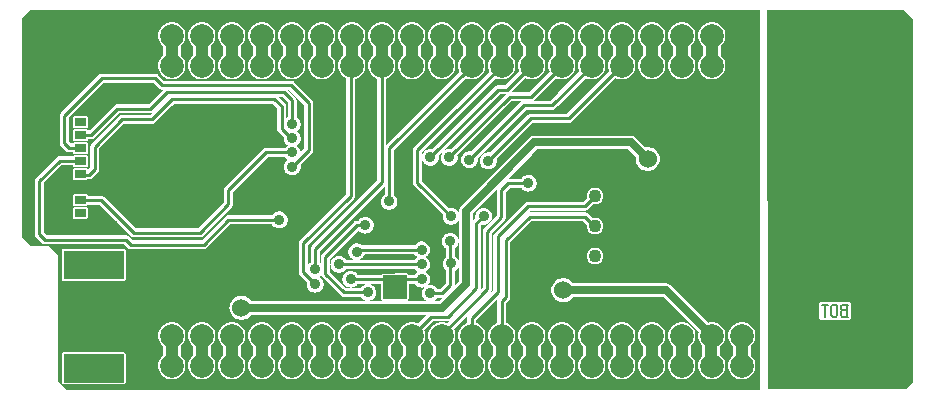
<source format=gbr>
G04 start of page 3 for group 5 idx 5 *
G04 Title: (unknown), bottom *
G04 Creator: pcb 20140316 *
G04 CreationDate: mer. 15 juil. 2015 12:59:16 GMT UTC *
G04 For: clement *
G04 Format: Gerber/RS-274X *
G04 PCB-Dimensions (mil): 3023.62 1342.52 *
G04 PCB-Coordinate-Origin: lower left *
%MOIN*%
%FSLAX25Y25*%
%LNBOTTOM*%
%ADD58C,0.0217*%
%ADD57C,0.0354*%
%ADD56C,0.0350*%
%ADD55C,0.0200*%
%ADD54C,0.0600*%
%ADD53C,0.0360*%
%ADD52R,0.0406X0.0406*%
%ADD51R,0.0374X0.0374*%
%ADD50R,0.0354X0.0354*%
%ADD49R,0.0413X0.0413*%
%ADD48R,0.0469X0.0469*%
%ADD47R,0.0276X0.0276*%
%ADD46R,0.0346X0.0346*%
%ADD45R,0.0951X0.0951*%
%ADD44C,0.0433*%
%ADD43C,0.0787*%
%ADD42C,0.0060*%
%ADD41C,0.0400*%
%ADD40C,0.0250*%
%ADD39C,0.0100*%
%ADD38C,0.0001*%
G54D38*G36*
X56496Y97909D02*X85205D01*
X86689Y96426D01*
Y89626D01*
X86684Y89567D01*
X86703Y89332D01*
X86758Y89102D01*
X86848Y88884D01*
X86972Y88683D01*
X87125Y88503D01*
X87170Y88465D01*
X88945Y86690D01*
X88924Y86417D01*
X88958Y85978D01*
X89061Y85549D01*
X89230Y85142D01*
X89460Y84766D01*
X89746Y84431D01*
X90081Y84145D01*
X90228Y84055D01*
X90081Y83965D01*
X89746Y83679D01*
X89460Y83344D01*
X89368Y83193D01*
X83130D01*
X83071Y83198D01*
X82835Y83179D01*
X82606Y83124D01*
X82388Y83034D01*
X82186Y82910D01*
X82186Y82910D01*
X82007Y82757D01*
X81969Y82712D01*
X69453Y70197D01*
X69409Y70158D01*
X69255Y69979D01*
X69132Y69778D01*
X69041Y69559D01*
X68986Y69330D01*
X68986Y69329D01*
X68968Y69094D01*
X68972Y69036D01*
Y64991D01*
X60402Y56421D01*
X56496D01*
Y97909D01*
G37*
G36*
X247638Y2362D02*X241568D01*
Y6079D01*
X241575Y6079D01*
X242287Y6135D01*
X242981Y6302D01*
X243641Y6575D01*
X244250Y6948D01*
X244793Y7412D01*
X245257Y7955D01*
X245630Y8564D01*
X245903Y9224D01*
X246070Y9918D01*
X246112Y10630D01*
X246070Y11342D01*
X245903Y12036D01*
X245630Y12696D01*
X245257Y13305D01*
X244793Y13848D01*
X244575Y14034D01*
Y17226D01*
X244793Y17412D01*
X245257Y17955D01*
X245630Y18564D01*
X245903Y19224D01*
X246070Y19918D01*
X246112Y20630D01*
X246070Y21342D01*
X245903Y22036D01*
X245630Y22696D01*
X245257Y23305D01*
X244793Y23848D01*
X244250Y24312D01*
X243641Y24685D01*
X242981Y24958D01*
X242287Y25125D01*
X241575Y25181D01*
X241568Y25180D01*
Y129331D01*
X247638D01*
Y2362D01*
G37*
G36*
X241568D02*X231568D01*
Y6079D01*
X231575Y6079D01*
X232287Y6135D01*
X232981Y6302D01*
X233641Y6575D01*
X234250Y6948D01*
X234793Y7412D01*
X235257Y7955D01*
X235630Y8564D01*
X235903Y9224D01*
X236070Y9918D01*
X236112Y10630D01*
X236070Y11342D01*
X235903Y12036D01*
X235630Y12696D01*
X235257Y13305D01*
X234793Y13848D01*
X234299Y14270D01*
Y16990D01*
X234793Y17412D01*
X235257Y17955D01*
X235630Y18564D01*
X235903Y19224D01*
X236070Y19918D01*
X236112Y20630D01*
X236070Y21342D01*
X235903Y22036D01*
X235630Y22696D01*
X235257Y23305D01*
X234793Y23848D01*
X234250Y24312D01*
X233641Y24685D01*
X232981Y24958D01*
X232287Y25125D01*
X231575Y25181D01*
X231568Y25180D01*
Y106079D01*
X231575Y106079D01*
X232287Y106135D01*
X232981Y106302D01*
X233641Y106575D01*
X234250Y106948D01*
X234793Y107412D01*
X235257Y107955D01*
X235630Y108564D01*
X235903Y109224D01*
X236070Y109918D01*
X236112Y110630D01*
X236070Y111342D01*
X235903Y112036D01*
X235630Y112696D01*
X235257Y113305D01*
X234793Y113848D01*
X234575Y114034D01*
Y117226D01*
X234793Y117412D01*
X235257Y117955D01*
X235630Y118564D01*
X235903Y119224D01*
X236070Y119918D01*
X236112Y120630D01*
X236070Y121342D01*
X235903Y122036D01*
X235630Y122696D01*
X235257Y123305D01*
X234793Y123848D01*
X234250Y124312D01*
X233641Y124685D01*
X232981Y124958D01*
X232287Y125125D01*
X231575Y125181D01*
X231568Y125180D01*
Y129331D01*
X241568D01*
Y25180D01*
X240863Y25125D01*
X240168Y24958D01*
X239509Y24685D01*
X238900Y24312D01*
X238357Y23848D01*
X237893Y23305D01*
X237520Y22696D01*
X237247Y22036D01*
X237080Y21342D01*
X237024Y20630D01*
X237080Y19918D01*
X237247Y19224D01*
X237520Y18564D01*
X237893Y17955D01*
X238357Y17412D01*
X238575Y17226D01*
Y14034D01*
X238357Y13848D01*
X237893Y13305D01*
X237520Y12696D01*
X237247Y12036D01*
X237080Y11342D01*
X237024Y10630D01*
X237080Y9918D01*
X237247Y9224D01*
X237520Y8564D01*
X237893Y7955D01*
X238357Y7412D01*
X238900Y6948D01*
X239509Y6575D01*
X240168Y6302D01*
X240863Y6135D01*
X241568Y6079D01*
Y2362D01*
G37*
G36*
X231568Y25180D02*X230863Y25125D01*
X230378Y25009D01*
X221568Y33819D01*
Y106079D01*
X221575Y106079D01*
X222287Y106135D01*
X222981Y106302D01*
X223641Y106575D01*
X224250Y106948D01*
X224793Y107412D01*
X225257Y107955D01*
X225630Y108564D01*
X225903Y109224D01*
X226070Y109918D01*
X226112Y110630D01*
X226070Y111342D01*
X225903Y112036D01*
X225630Y112696D01*
X225257Y113305D01*
X224793Y113848D01*
X224575Y114034D01*
Y117226D01*
X224793Y117412D01*
X225257Y117955D01*
X225630Y118564D01*
X225903Y119224D01*
X226070Y119918D01*
X226112Y120630D01*
X226070Y121342D01*
X225903Y122036D01*
X225630Y122696D01*
X225257Y123305D01*
X224793Y123848D01*
X224250Y124312D01*
X223641Y124685D01*
X222981Y124958D01*
X222287Y125125D01*
X221575Y125181D01*
X221568Y125180D01*
Y129331D01*
X231568D01*
Y125180D01*
X230863Y125125D01*
X230168Y124958D01*
X229509Y124685D01*
X228900Y124312D01*
X228357Y123848D01*
X227893Y123305D01*
X227520Y122696D01*
X227247Y122036D01*
X227080Y121342D01*
X227024Y120630D01*
X227080Y119918D01*
X227247Y119224D01*
X227520Y118564D01*
X227893Y117955D01*
X228357Y117412D01*
X228575Y117226D01*
Y114034D01*
X228357Y113848D01*
X227893Y113305D01*
X227520Y112696D01*
X227247Y112036D01*
X227080Y111342D01*
X227024Y110630D01*
X227080Y109918D01*
X227247Y109224D01*
X227520Y108564D01*
X227893Y107955D01*
X228357Y107412D01*
X228900Y106948D01*
X229509Y106575D01*
X230168Y106302D01*
X230863Y106135D01*
X231568Y106079D01*
Y25180D01*
G37*
G36*
Y2362D02*X221568D01*
Y6079D01*
X221575Y6079D01*
X222287Y6135D01*
X222981Y6302D01*
X223641Y6575D01*
X224250Y6948D01*
X224793Y7412D01*
X225257Y7955D01*
X225630Y8564D01*
X225903Y9224D01*
X226070Y9918D01*
X226112Y10630D01*
X226070Y11342D01*
X225903Y12036D01*
X225630Y12696D01*
X225257Y13305D01*
X224793Y13848D01*
X224575Y14034D01*
Y17226D01*
X224793Y17412D01*
X225257Y17955D01*
X225630Y18564D01*
X225903Y19224D01*
X226070Y19918D01*
X226112Y20630D01*
X226070Y21342D01*
X225903Y22036D01*
X225630Y22696D01*
X225257Y23305D01*
X224793Y23848D01*
X224250Y24312D01*
X223641Y24685D01*
X222981Y24958D01*
X222287Y25125D01*
X221575Y25181D01*
X221568Y25180D01*
Y27455D01*
X227196Y21827D01*
X227080Y21342D01*
X227024Y20630D01*
X227080Y19918D01*
X227247Y19224D01*
X227520Y18564D01*
X227893Y17955D01*
X228299Y17479D01*
Y13781D01*
X227893Y13305D01*
X227520Y12696D01*
X227247Y12036D01*
X227080Y11342D01*
X227024Y10630D01*
X227080Y9918D01*
X227247Y9224D01*
X227520Y8564D01*
X227893Y7955D01*
X228357Y7412D01*
X228900Y6948D01*
X229509Y6575D01*
X230168Y6302D01*
X230863Y6135D01*
X231568Y6079D01*
Y2362D01*
G37*
G36*
X221568Y33819D02*X218031Y37355D01*
X217974Y37423D01*
X217705Y37653D01*
X217403Y37838D01*
X217075Y37973D01*
X216731Y38056D01*
X216731Y38056D01*
X216378Y38084D01*
X216290Y38077D01*
X211568D01*
Y75750D01*
X212058Y75953D01*
X212595Y76282D01*
X213073Y76690D01*
X213482Y77169D01*
X213811Y77706D01*
X214052Y78288D01*
X214199Y78900D01*
X214236Y79528D01*
X214199Y80155D01*
X214052Y80767D01*
X213811Y81349D01*
X213482Y81886D01*
X213073Y82365D01*
X212595Y82774D01*
X212058Y83103D01*
X211568Y83306D01*
Y106079D01*
X211575Y106079D01*
X212287Y106135D01*
X212981Y106302D01*
X213641Y106575D01*
X214250Y106948D01*
X214793Y107412D01*
X215257Y107955D01*
X215630Y108564D01*
X215903Y109224D01*
X216070Y109918D01*
X216112Y110630D01*
X216070Y111342D01*
X215903Y112036D01*
X215630Y112696D01*
X215257Y113305D01*
X214793Y113848D01*
X214575Y114034D01*
Y117226D01*
X214793Y117412D01*
X215257Y117955D01*
X215630Y118564D01*
X215903Y119224D01*
X216070Y119918D01*
X216112Y120630D01*
X216070Y121342D01*
X215903Y122036D01*
X215630Y122696D01*
X215257Y123305D01*
X214793Y123848D01*
X214250Y124312D01*
X213641Y124685D01*
X212981Y124958D01*
X212287Y125125D01*
X211575Y125181D01*
X211568Y125180D01*
Y129331D01*
X221568D01*
Y125180D01*
X220863Y125125D01*
X220168Y124958D01*
X219509Y124685D01*
X218900Y124312D01*
X218357Y123848D01*
X217893Y123305D01*
X217520Y122696D01*
X217247Y122036D01*
X217080Y121342D01*
X217024Y120630D01*
X217080Y119918D01*
X217247Y119224D01*
X217520Y118564D01*
X217893Y117955D01*
X218357Y117412D01*
X218575Y117226D01*
Y114034D01*
X218357Y113848D01*
X217893Y113305D01*
X217520Y112696D01*
X217247Y112036D01*
X217080Y111342D01*
X217024Y110630D01*
X217080Y109918D01*
X217247Y109224D01*
X217520Y108564D01*
X217893Y107955D01*
X218357Y107412D01*
X218900Y106948D01*
X219509Y106575D01*
X220168Y106302D01*
X220863Y106135D01*
X221568Y106079D01*
Y33819D01*
G37*
G36*
Y2362D02*X211568D01*
Y6079D01*
X211575Y6079D01*
X212287Y6135D01*
X212981Y6302D01*
X213641Y6575D01*
X214250Y6948D01*
X214793Y7412D01*
X215257Y7955D01*
X215630Y8564D01*
X215903Y9224D01*
X216070Y9918D01*
X216112Y10630D01*
X216070Y11342D01*
X215903Y12036D01*
X215630Y12696D01*
X215257Y13305D01*
X214793Y13848D01*
X214575Y14034D01*
Y17226D01*
X214793Y17412D01*
X215257Y17955D01*
X215630Y18564D01*
X215903Y19224D01*
X216070Y19918D01*
X216112Y20630D01*
X216070Y21342D01*
X215903Y22036D01*
X215630Y22696D01*
X215257Y23305D01*
X214793Y23848D01*
X214250Y24312D01*
X213641Y24685D01*
X212981Y24958D01*
X212287Y25125D01*
X211575Y25181D01*
X211568Y25180D01*
Y33577D01*
X215446D01*
X221568Y27455D01*
Y25180D01*
X220863Y25125D01*
X220168Y24958D01*
X219509Y24685D01*
X218900Y24312D01*
X218357Y23848D01*
X217893Y23305D01*
X217520Y22696D01*
X217247Y22036D01*
X217080Y21342D01*
X217024Y20630D01*
X217080Y19918D01*
X217247Y19224D01*
X217520Y18564D01*
X217893Y17955D01*
X218357Y17412D01*
X218575Y17226D01*
Y14034D01*
X218357Y13848D01*
X217893Y13305D01*
X217520Y12696D01*
X217247Y12036D01*
X217080Y11342D01*
X217024Y10630D01*
X217080Y9918D01*
X217247Y9224D01*
X217520Y8564D01*
X217893Y7955D01*
X218357Y7412D01*
X218900Y6948D01*
X219509Y6575D01*
X220168Y6302D01*
X220863Y6135D01*
X221568Y6079D01*
Y2362D01*
G37*
G36*
X211568Y83306D02*X211476Y83344D01*
X210864Y83490D01*
X210236Y83540D01*
X209609Y83490D01*
X209485Y83461D01*
X206378Y86568D01*
X206320Y86635D01*
X206051Y86865D01*
X205749Y87050D01*
X205422Y87186D01*
X205077Y87269D01*
X205077Y87269D01*
X204724Y87296D01*
X204636Y87289D01*
X180195D01*
Y91610D01*
X183800D01*
X183858Y91606D01*
X184093Y91624D01*
X184094Y91624D01*
X184323Y91679D01*
X184541Y91770D01*
X184743Y91893D01*
X184922Y92046D01*
X184961Y92091D01*
X199469Y106599D01*
X199509Y106575D01*
X200168Y106302D01*
X200863Y106135D01*
X201575Y106079D01*
X202287Y106135D01*
X202981Y106302D01*
X203641Y106575D01*
X204250Y106948D01*
X204793Y107412D01*
X205257Y107955D01*
X205630Y108564D01*
X205903Y109224D01*
X206070Y109918D01*
X206112Y110630D01*
X206070Y111342D01*
X205903Y112036D01*
X205630Y112696D01*
X205257Y113305D01*
X204793Y113848D01*
X204575Y114034D01*
Y117226D01*
X204793Y117412D01*
X205257Y117955D01*
X205630Y118564D01*
X205903Y119224D01*
X206070Y119918D01*
X206112Y120630D01*
X206070Y121342D01*
X205903Y122036D01*
X205630Y122696D01*
X205257Y123305D01*
X204793Y123848D01*
X204250Y124312D01*
X203641Y124685D01*
X202981Y124958D01*
X202287Y125125D01*
X201575Y125181D01*
X200863Y125125D01*
X200168Y124958D01*
X199509Y124685D01*
X198900Y124312D01*
X198357Y123848D01*
X197893Y123305D01*
X197520Y122696D01*
X197247Y122036D01*
X197080Y121342D01*
X197024Y120630D01*
X197080Y119918D01*
X197247Y119224D01*
X197520Y118564D01*
X197893Y117955D01*
X198357Y117412D01*
X198575Y117226D01*
Y114034D01*
X198357Y113848D01*
X197893Y113305D01*
X197520Y112696D01*
X197247Y112036D01*
X197080Y111342D01*
X197024Y110630D01*
X197080Y109918D01*
X197247Y109224D01*
X197423Y108797D01*
X183237Y94610D01*
X180195D01*
Y97168D01*
X189575Y106548D01*
X190168Y106302D01*
X190863Y106135D01*
X191575Y106079D01*
X192287Y106135D01*
X192981Y106302D01*
X193641Y106575D01*
X194250Y106948D01*
X194793Y107412D01*
X195257Y107955D01*
X195630Y108564D01*
X195903Y109224D01*
X196070Y109918D01*
X196112Y110630D01*
X196070Y111342D01*
X195903Y112036D01*
X195630Y112696D01*
X195257Y113305D01*
X194793Y113848D01*
X194575Y114034D01*
Y117226D01*
X194793Y117412D01*
X195257Y117955D01*
X195630Y118564D01*
X195903Y119224D01*
X196070Y119918D01*
X196112Y120630D01*
X196070Y121342D01*
X195903Y122036D01*
X195630Y122696D01*
X195257Y123305D01*
X194793Y123848D01*
X194250Y124312D01*
X193641Y124685D01*
X192981Y124958D01*
X192287Y125125D01*
X191575Y125181D01*
X190863Y125125D01*
X190168Y124958D01*
X189509Y124685D01*
X188900Y124312D01*
X188357Y123848D01*
X187893Y123305D01*
X187520Y122696D01*
X187247Y122036D01*
X187080Y121342D01*
X187024Y120630D01*
X187080Y119918D01*
X187247Y119224D01*
X187520Y118564D01*
X187893Y117955D01*
X188357Y117412D01*
X188575Y117226D01*
Y114034D01*
X188357Y113848D01*
X187893Y113305D01*
X187520Y112696D01*
X187247Y112036D01*
X187080Y111342D01*
X187024Y110630D01*
X187080Y109918D01*
X187247Y109224D01*
X187470Y108685D01*
X180195Y101411D01*
Y106295D01*
X180863Y106135D01*
X181575Y106079D01*
X182287Y106135D01*
X182981Y106302D01*
X183641Y106575D01*
X184250Y106948D01*
X184793Y107412D01*
X185257Y107955D01*
X185630Y108564D01*
X185903Y109224D01*
X186070Y109918D01*
X186112Y110630D01*
X186070Y111342D01*
X185903Y112036D01*
X185630Y112696D01*
X185257Y113305D01*
X184793Y113848D01*
X184575Y114034D01*
Y117226D01*
X184793Y117412D01*
X185257Y117955D01*
X185630Y118564D01*
X185903Y119224D01*
X186070Y119918D01*
X186112Y120630D01*
X186070Y121342D01*
X185903Y122036D01*
X185630Y122696D01*
X185257Y123305D01*
X184793Y123848D01*
X184250Y124312D01*
X183641Y124685D01*
X182981Y124958D01*
X182287Y125125D01*
X181575Y125181D01*
X180863Y125125D01*
X180195Y124965D01*
Y129331D01*
X211568D01*
Y125180D01*
X210863Y125125D01*
X210168Y124958D01*
X209509Y124685D01*
X208900Y124312D01*
X208357Y123848D01*
X207893Y123305D01*
X207520Y122696D01*
X207247Y122036D01*
X207080Y121342D01*
X207024Y120630D01*
X207080Y119918D01*
X207247Y119224D01*
X207520Y118564D01*
X207893Y117955D01*
X208357Y117412D01*
X208575Y117226D01*
Y114034D01*
X208357Y113848D01*
X207893Y113305D01*
X207520Y112696D01*
X207247Y112036D01*
X207080Y111342D01*
X207024Y110630D01*
X207080Y109918D01*
X207247Y109224D01*
X207520Y108564D01*
X207893Y107955D01*
X208357Y107412D01*
X208900Y106948D01*
X209509Y106575D01*
X210168Y106302D01*
X210863Y106135D01*
X211568Y106079D01*
Y83306D01*
G37*
G36*
Y38077D02*X192673D01*
Y44471D01*
X192677Y44470D01*
X193111Y44504D01*
X193534Y44606D01*
X193936Y44773D01*
X194308Y45000D01*
X194639Y45283D01*
X194921Y45614D01*
X195149Y45985D01*
X195315Y46387D01*
X195417Y46810D01*
X195443Y47244D01*
X195417Y47678D01*
X195315Y48101D01*
X195149Y48503D01*
X194921Y48875D01*
X194639Y49206D01*
X194308Y49488D01*
X193936Y49716D01*
X193534Y49882D01*
X193111Y49984D01*
X192677Y50018D01*
X192673Y50018D01*
Y54471D01*
X192677Y54470D01*
X193111Y54504D01*
X193534Y54606D01*
X193936Y54773D01*
X194308Y55000D01*
X194639Y55283D01*
X194921Y55614D01*
X195149Y55985D01*
X195315Y56387D01*
X195417Y56810D01*
X195443Y57244D01*
X195417Y57678D01*
X195315Y58101D01*
X195149Y58503D01*
X194921Y58875D01*
X194639Y59206D01*
X194308Y59488D01*
X193936Y59716D01*
X193534Y59882D01*
X193111Y59984D01*
X192677Y60018D01*
X192673Y60018D01*
Y64471D01*
X192677Y64470D01*
X193111Y64504D01*
X193534Y64606D01*
X193936Y64773D01*
X194308Y65000D01*
X194639Y65283D01*
X194921Y65614D01*
X195149Y65985D01*
X195315Y66387D01*
X195417Y66810D01*
X195443Y67244D01*
X195417Y67678D01*
X195315Y68101D01*
X195149Y68503D01*
X194921Y68875D01*
X194639Y69206D01*
X194308Y69488D01*
X193936Y69716D01*
X193534Y69882D01*
X193111Y69984D01*
X192677Y70018D01*
X192673Y70018D01*
Y82789D01*
X203792D01*
X206303Y80279D01*
X206273Y80155D01*
X206224Y79528D01*
X206273Y78900D01*
X206420Y78288D01*
X206661Y77706D01*
X206990Y77169D01*
X207399Y76690D01*
X207878Y76282D01*
X208415Y75953D01*
X208996Y75712D01*
X209609Y75565D01*
X210236Y75515D01*
X210864Y75565D01*
X211476Y75712D01*
X211568Y75750D01*
Y38077D01*
G37*
G36*
X192673Y70018D02*X192243Y69984D01*
X191820Y69882D01*
X191418Y69716D01*
X191047Y69488D01*
X190716Y69206D01*
X190433Y68875D01*
X190206Y68503D01*
X190039Y68101D01*
X189937Y67678D01*
X189903Y67244D01*
X189937Y66810D01*
X190004Y66534D01*
X188749Y65280D01*
X180195D01*
Y82789D01*
X192673D01*
Y70018D01*
G37*
G36*
Y60018D02*X192243Y59984D01*
X191840Y59887D01*
X190472Y61255D01*
X190434Y61300D01*
X190254Y61453D01*
X190053Y61577D01*
X189835Y61667D01*
X189605Y61722D01*
X189370Y61741D01*
X189311Y61736D01*
X180195D01*
Y62280D01*
X189311D01*
X189370Y62275D01*
X189605Y62293D01*
X189605Y62293D01*
X189835Y62349D01*
X190053Y62439D01*
X190254Y62562D01*
X190434Y62716D01*
X190472Y62760D01*
X192221Y64510D01*
X192243Y64504D01*
X192673Y64471D01*
Y60018D01*
G37*
G36*
Y38077D02*X185399D01*
X185333Y38185D01*
X184924Y38664D01*
X184445Y39073D01*
X183908Y39402D01*
X183326Y39643D01*
X182714Y39790D01*
X182087Y39839D01*
X181459Y39790D01*
X180847Y39643D01*
X180265Y39402D01*
X180195Y39359D01*
Y58736D01*
X188749D01*
X189928Y57557D01*
X189903Y57244D01*
X189937Y56810D01*
X190039Y56387D01*
X190206Y55985D01*
X190433Y55614D01*
X190716Y55283D01*
X191047Y55000D01*
X191418Y54773D01*
X191820Y54606D01*
X192243Y54504D01*
X192673Y54471D01*
Y50018D01*
X192243Y49984D01*
X191820Y49882D01*
X191418Y49716D01*
X191047Y49488D01*
X190716Y49206D01*
X190433Y48875D01*
X190206Y48503D01*
X190039Y48101D01*
X189937Y47678D01*
X189903Y47244D01*
X189937Y46810D01*
X190039Y46387D01*
X190206Y45985D01*
X190433Y45614D01*
X190716Y45283D01*
X191047Y45000D01*
X191418Y44773D01*
X191820Y44606D01*
X192243Y44504D01*
X192673Y44471D01*
Y38077D01*
G37*
G36*
X211568Y2362D02*X201568D01*
Y6079D01*
X201575Y6079D01*
X202287Y6135D01*
X202981Y6302D01*
X203641Y6575D01*
X204250Y6948D01*
X204793Y7412D01*
X205257Y7955D01*
X205630Y8564D01*
X205903Y9224D01*
X206070Y9918D01*
X206112Y10630D01*
X206070Y11342D01*
X205903Y12036D01*
X205630Y12696D01*
X205257Y13305D01*
X204793Y13848D01*
X204575Y14034D01*
Y17226D01*
X204793Y17412D01*
X205257Y17955D01*
X205630Y18564D01*
X205903Y19224D01*
X206070Y19918D01*
X206112Y20630D01*
X206070Y21342D01*
X205903Y22036D01*
X205630Y22696D01*
X205257Y23305D01*
X204793Y23848D01*
X204250Y24312D01*
X203641Y24685D01*
X202981Y24958D01*
X202287Y25125D01*
X201575Y25181D01*
X201568Y25180D01*
Y33577D01*
X211568D01*
Y25180D01*
X210863Y25125D01*
X210168Y24958D01*
X209509Y24685D01*
X208900Y24312D01*
X208357Y23848D01*
X207893Y23305D01*
X207520Y22696D01*
X207247Y22036D01*
X207080Y21342D01*
X207024Y20630D01*
X207080Y19918D01*
X207247Y19224D01*
X207520Y18564D01*
X207893Y17955D01*
X208357Y17412D01*
X208575Y17226D01*
Y14034D01*
X208357Y13848D01*
X207893Y13305D01*
X207520Y12696D01*
X207247Y12036D01*
X207080Y11342D01*
X207024Y10630D01*
X207080Y9918D01*
X207247Y9224D01*
X207520Y8564D01*
X207893Y7955D01*
X208357Y7412D01*
X208900Y6948D01*
X209509Y6575D01*
X210168Y6302D01*
X210863Y6135D01*
X211568Y6079D01*
Y2362D01*
G37*
G36*
X201568D02*X191568D01*
Y6079D01*
X191575Y6079D01*
X192287Y6135D01*
X192981Y6302D01*
X193641Y6575D01*
X194250Y6948D01*
X194793Y7412D01*
X195257Y7955D01*
X195630Y8564D01*
X195903Y9224D01*
X196070Y9918D01*
X196112Y10630D01*
X196070Y11342D01*
X195903Y12036D01*
X195630Y12696D01*
X195257Y13305D01*
X194793Y13848D01*
X194575Y14034D01*
Y17226D01*
X194793Y17412D01*
X195257Y17955D01*
X195630Y18564D01*
X195903Y19224D01*
X196070Y19918D01*
X196112Y20630D01*
X196070Y21342D01*
X195903Y22036D01*
X195630Y22696D01*
X195257Y23305D01*
X194793Y23848D01*
X194250Y24312D01*
X193641Y24685D01*
X192981Y24958D01*
X192287Y25125D01*
X191575Y25181D01*
X191568Y25180D01*
Y33577D01*
X201568D01*
Y25180D01*
X200863Y25125D01*
X200168Y24958D01*
X199509Y24685D01*
X198900Y24312D01*
X198357Y23848D01*
X197893Y23305D01*
X197520Y22696D01*
X197247Y22036D01*
X197080Y21342D01*
X197024Y20630D01*
X197080Y19918D01*
X197247Y19224D01*
X197520Y18564D01*
X197893Y17955D01*
X198357Y17412D01*
X198575Y17226D01*
Y14034D01*
X198357Y13848D01*
X197893Y13305D01*
X197520Y12696D01*
X197247Y12036D01*
X197080Y11342D01*
X197024Y10630D01*
X197080Y9918D01*
X197247Y9224D01*
X197520Y8564D01*
X197893Y7955D01*
X198357Y7412D01*
X198900Y6948D01*
X199509Y6575D01*
X200168Y6302D01*
X200863Y6135D01*
X201568Y6079D01*
Y2362D01*
G37*
G36*
X191568D02*X180195D01*
Y6295D01*
X180863Y6135D01*
X181575Y6079D01*
X182287Y6135D01*
X182981Y6302D01*
X183641Y6575D01*
X184250Y6948D01*
X184793Y7412D01*
X185257Y7955D01*
X185630Y8564D01*
X185903Y9224D01*
X186070Y9918D01*
X186112Y10630D01*
X186070Y11342D01*
X185903Y12036D01*
X185630Y12696D01*
X185257Y13305D01*
X184793Y13848D01*
X184575Y14034D01*
Y17226D01*
X184793Y17412D01*
X185257Y17955D01*
X185630Y18564D01*
X185903Y19224D01*
X186070Y19918D01*
X186112Y20630D01*
X186070Y21342D01*
X185903Y22036D01*
X185630Y22696D01*
X185257Y23305D01*
X184793Y23848D01*
X184250Y24312D01*
X183641Y24685D01*
X182981Y24958D01*
X182287Y25125D01*
X181575Y25181D01*
X180863Y25125D01*
X180195Y24965D01*
Y32295D01*
X180265Y32252D01*
X180847Y32011D01*
X181459Y31864D01*
X182087Y31814D01*
X182714Y31864D01*
X183326Y32011D01*
X183908Y32252D01*
X184445Y32581D01*
X184924Y32990D01*
X185333Y33468D01*
X185399Y33577D01*
X191568D01*
Y25180D01*
X190863Y25125D01*
X190168Y24958D01*
X189509Y24685D01*
X188900Y24312D01*
X188357Y23848D01*
X187893Y23305D01*
X187520Y22696D01*
X187247Y22036D01*
X187080Y21342D01*
X187024Y20630D01*
X187080Y19918D01*
X187247Y19224D01*
X187520Y18564D01*
X187893Y17955D01*
X188357Y17412D01*
X188575Y17226D01*
Y14034D01*
X188357Y13848D01*
X187893Y13305D01*
X187520Y12696D01*
X187247Y12036D01*
X187080Y11342D01*
X187024Y10630D01*
X187080Y9918D01*
X187247Y9224D01*
X187520Y8564D01*
X187893Y7955D01*
X188357Y7412D01*
X188900Y6948D01*
X189509Y6575D01*
X190168Y6302D01*
X190863Y6135D01*
X191568Y6079D01*
Y2362D01*
G37*
G36*
X180195Y61736D02*X170925D01*
X170866Y61741D01*
X170631Y61722D01*
X170401Y61667D01*
X170202Y61585D01*
X170897Y62280D01*
X180195D01*
Y61736D01*
G37*
G36*
Y101411D02*X177725Y98941D01*
X172081D01*
X172144Y98980D01*
X172324Y99133D01*
X172362Y99178D01*
X179686Y106502D01*
X180168Y106302D01*
X180195Y106295D01*
Y101411D01*
G37*
G36*
X141568Y25469D02*X143642D01*
X143701Y25464D01*
X143936Y25482D01*
X143936Y25482D01*
X144060Y25512D01*
X143352Y24804D01*
X142981Y24958D01*
X142287Y25125D01*
X141575Y25181D01*
X141568Y25180D01*
Y25469D01*
G37*
G36*
Y61429D02*X141952Y61045D01*
X141911Y60872D01*
X141876Y60433D01*
X141911Y59994D01*
X142014Y59565D01*
X142183Y59158D01*
X142413Y58782D01*
X142699Y58447D01*
X143034Y58161D01*
X143410Y57931D01*
X143817Y57762D01*
X144246Y57659D01*
X144685Y57624D01*
X145124Y57659D01*
X145553Y57762D01*
X145960Y57931D01*
X146336Y58161D01*
X146671Y58447D01*
X146957Y58782D01*
X147188Y59158D01*
X147356Y59565D01*
X147356Y59565D01*
Y45553D01*
X147356Y45553D01*
X147188Y45960D01*
X146957Y46336D01*
X146671Y46671D01*
X146336Y46957D01*
X145988Y47170D01*
Y49801D01*
X146139Y49893D01*
X146474Y50179D01*
X146760Y50514D01*
X146991Y50890D01*
X147159Y51297D01*
X147262Y51726D01*
X147288Y52165D01*
X147262Y52605D01*
X147159Y53033D01*
X146991Y53440D01*
X146760Y53816D01*
X146474Y54151D01*
X146139Y54438D01*
X145763Y54668D01*
X145356Y54837D01*
X144928Y54939D01*
X144488Y54974D01*
X144049Y54939D01*
X143620Y54837D01*
X143213Y54668D01*
X142837Y54438D01*
X142502Y54151D01*
X142216Y53816D01*
X141986Y53440D01*
X141817Y53033D01*
X141714Y52605D01*
X141680Y52165D01*
X141714Y51726D01*
X141817Y51297D01*
X141986Y50890D01*
X142216Y50514D01*
X142502Y50179D01*
X142837Y49893D01*
X142988Y49801D01*
Y46918D01*
X142699Y46671D01*
X142413Y46336D01*
X142183Y45960D01*
X142014Y45553D01*
X141911Y45124D01*
X141876Y44685D01*
X141911Y44246D01*
X142014Y43817D01*
X142183Y43410D01*
X142413Y43034D01*
X142699Y42699D01*
X142988Y42452D01*
Y38220D01*
X141568Y36799D01*
Y61429D01*
G37*
G36*
Y78901D02*X141592Y78843D01*
X141822Y78467D01*
X142108Y78132D01*
X142444Y77846D01*
X142819Y77616D01*
X143227Y77447D01*
X143655Y77344D01*
X144094Y77309D01*
X144534Y77344D01*
X144962Y77447D01*
X145370Y77616D01*
X145745Y77846D01*
X146080Y78132D01*
X146367Y78467D01*
X146597Y78843D01*
X146766Y79250D01*
X146869Y79679D01*
X146894Y80118D01*
X146869Y80557D01*
X146827Y80730D01*
X164795Y98697D01*
X168076D01*
X168013Y98658D01*
X168013Y98658D01*
X167834Y98505D01*
X167795Y98460D01*
X151399Y82063D01*
X151227Y82105D01*
X150787Y82139D01*
X150348Y82105D01*
X149919Y82002D01*
X149512Y81833D01*
X149137Y81603D01*
X148801Y81317D01*
X148515Y80982D01*
X148285Y80606D01*
X148116Y80199D01*
X148013Y79770D01*
X147979Y79331D01*
X148013Y78891D01*
X148116Y78463D01*
X148285Y78056D01*
X148515Y77680D01*
X148801Y77345D01*
X149137Y77058D01*
X149512Y76828D01*
X149919Y76660D01*
X150348Y76557D01*
X150787Y76522D01*
X151227Y76557D01*
X151655Y76660D01*
X152062Y76828D01*
X152438Y77058D01*
X152773Y77345D01*
X153060Y77680D01*
X153290Y78056D01*
X153459Y78463D01*
X153561Y78891D01*
X153587Y79331D01*
X153561Y79770D01*
X153520Y79942D01*
X169519Y95941D01*
X178288D01*
X178346Y95936D01*
X178581Y95955D01*
X178582Y95955D01*
X178811Y96010D01*
X179030Y96100D01*
X179231Y96224D01*
X179410Y96377D01*
X179449Y96422D01*
X180195Y97168D01*
Y94610D01*
X171319D01*
X171260Y94615D01*
X171024Y94596D01*
X170795Y94541D01*
X170577Y94451D01*
X170375Y94328D01*
X170375Y94327D01*
X170196Y94174D01*
X170158Y94129D01*
X157698Y81670D01*
X157526Y81711D01*
X157087Y81746D01*
X156647Y81711D01*
X156219Y81608D01*
X155812Y81440D01*
X155436Y81209D01*
X155101Y80923D01*
X154814Y80588D01*
X154584Y80212D01*
X154415Y79805D01*
X154313Y79376D01*
X154278Y78937D01*
X154313Y78498D01*
X154415Y78069D01*
X154584Y77662D01*
X154814Y77286D01*
X155101Y76951D01*
X155436Y76665D01*
X155812Y76434D01*
X156219Y76266D01*
X156647Y76163D01*
X157087Y76128D01*
X157526Y76163D01*
X157955Y76266D01*
X158362Y76434D01*
X158737Y76665D01*
X159073Y76951D01*
X159359Y77286D01*
X159589Y77662D01*
X159758Y78069D01*
X159861Y78498D01*
X159887Y78937D01*
X159861Y79376D01*
X159819Y79548D01*
X171881Y91610D01*
X180195D01*
Y87289D01*
X172529D01*
X172441Y87296D01*
X172088Y87269D01*
X171744Y87186D01*
X171416Y87050D01*
X171114Y86865D01*
X171114Y86865D01*
X170845Y86635D01*
X170788Y86568D01*
X148078Y63858D01*
X148010Y63801D01*
X147780Y63531D01*
X147595Y63229D01*
X147460Y62902D01*
X147377Y62558D01*
X147377Y62557D01*
X147349Y62205D01*
X147356Y62117D01*
Y61301D01*
X147356Y61301D01*
X147188Y61708D01*
X146957Y62084D01*
X146671Y62419D01*
X146336Y62705D01*
X145960Y62936D01*
X145553Y63104D01*
X145124Y63207D01*
X144685Y63242D01*
X144246Y63207D01*
X144074Y63166D01*
X141568Y65672D01*
Y78901D01*
G37*
G36*
Y81769D02*X160858Y101059D01*
X162914D01*
X144706Y82851D01*
X144534Y82892D01*
X144094Y82927D01*
X143655Y82892D01*
X143227Y82789D01*
X142819Y82621D01*
X142444Y82390D01*
X142108Y82104D01*
X141822Y81769D01*
X141592Y81393D01*
X141568Y81335D01*
Y81769D01*
G37*
G36*
Y129331D02*X180195D01*
Y124965D01*
X180168Y124958D01*
X179509Y124685D01*
X178900Y124312D01*
X178357Y123848D01*
X177893Y123305D01*
X177520Y122696D01*
X177247Y122036D01*
X177080Y121342D01*
X177024Y120630D01*
X177080Y119918D01*
X177247Y119224D01*
X177520Y118564D01*
X177893Y117955D01*
X178357Y117412D01*
X178575Y117226D01*
Y114034D01*
X178357Y113848D01*
X177893Y113305D01*
X177520Y112696D01*
X177247Y112036D01*
X177080Y111342D01*
X177024Y110630D01*
X177080Y109918D01*
X177247Y109224D01*
X177516Y108574D01*
X170639Y101697D01*
X164645D01*
X169519Y106571D01*
X170168Y106302D01*
X170863Y106135D01*
X171575Y106079D01*
X172287Y106135D01*
X172981Y106302D01*
X173641Y106575D01*
X174250Y106948D01*
X174793Y107412D01*
X175257Y107955D01*
X175630Y108564D01*
X175903Y109224D01*
X176070Y109918D01*
X176112Y110630D01*
X176070Y111342D01*
X175903Y112036D01*
X175630Y112696D01*
X175257Y113305D01*
X174793Y113848D01*
X174575Y114034D01*
Y117226D01*
X174793Y117412D01*
X175257Y117955D01*
X175630Y118564D01*
X175903Y119224D01*
X176070Y119918D01*
X176112Y120630D01*
X176070Y121342D01*
X175903Y122036D01*
X175630Y122696D01*
X175257Y123305D01*
X174793Y123848D01*
X174250Y124312D01*
X173641Y124685D01*
X172981Y124958D01*
X172287Y125125D01*
X171575Y125181D01*
X170863Y125125D01*
X170168Y124958D01*
X169509Y124685D01*
X168900Y124312D01*
X168357Y123848D01*
X167893Y123305D01*
X167520Y122696D01*
X167247Y122036D01*
X167080Y121342D01*
X167024Y120630D01*
X167080Y119918D01*
X167247Y119224D01*
X167520Y118564D01*
X167893Y117955D01*
X168357Y117412D01*
X168575Y117226D01*
Y114034D01*
X168357Y113848D01*
X167893Y113305D01*
X167520Y112696D01*
X167247Y112036D01*
X167080Y111342D01*
X167024Y110630D01*
X167080Y109918D01*
X167247Y109224D01*
X167446Y108741D01*
X162765Y104059D01*
X160295D01*
X160236Y104064D01*
X160001Y104045D01*
X159771Y103990D01*
X159553Y103900D01*
X159352Y103776D01*
X159352Y103776D01*
X159172Y103623D01*
X159134Y103578D01*
X141568Y86012D01*
Y88462D01*
X145684Y92579D01*
X145729Y92617D01*
X145883Y92797D01*
X145883Y92797D01*
X145914Y92848D01*
X159602Y106536D01*
X160168Y106302D01*
X160863Y106135D01*
X161575Y106079D01*
X162287Y106135D01*
X162981Y106302D01*
X163641Y106575D01*
X164250Y106948D01*
X164793Y107412D01*
X165257Y107955D01*
X165630Y108564D01*
X165903Y109224D01*
X166070Y109918D01*
X166112Y110630D01*
X166070Y111342D01*
X165903Y112036D01*
X165630Y112696D01*
X165257Y113305D01*
X164793Y113848D01*
X164575Y114034D01*
Y117226D01*
X164793Y117412D01*
X165257Y117955D01*
X165630Y118564D01*
X165903Y119224D01*
X166070Y119918D01*
X166112Y120630D01*
X166070Y121342D01*
X165903Y122036D01*
X165630Y122696D01*
X165257Y123305D01*
X164793Y123848D01*
X164250Y124312D01*
X163641Y124685D01*
X162981Y124958D01*
X162287Y125125D01*
X161575Y125181D01*
X160863Y125125D01*
X160168Y124958D01*
X159509Y124685D01*
X158900Y124312D01*
X158357Y123848D01*
X157893Y123305D01*
X157520Y122696D01*
X157247Y122036D01*
X157080Y121342D01*
X157024Y120630D01*
X157080Y119918D01*
X157247Y119224D01*
X157520Y118564D01*
X157893Y117955D01*
X158357Y117412D01*
X158575Y117226D01*
Y114034D01*
X158357Y113848D01*
X157893Y113305D01*
X157520Y112696D01*
X157247Y112036D01*
X157080Y111342D01*
X157024Y110630D01*
X157080Y109918D01*
X157247Y109224D01*
X157481Y108657D01*
X143646Y94823D01*
X143601Y94784D01*
X143448Y94605D01*
X143417Y94554D01*
X141568Y92705D01*
Y98502D01*
X149602Y106536D01*
X150168Y106302D01*
X150863Y106135D01*
X151575Y106079D01*
X152287Y106135D01*
X152981Y106302D01*
X153641Y106575D01*
X154250Y106948D01*
X154793Y107412D01*
X155257Y107955D01*
X155630Y108564D01*
X155903Y109224D01*
X156070Y109918D01*
X156112Y110630D01*
X156070Y111342D01*
X155903Y112036D01*
X155630Y112696D01*
X155257Y113305D01*
X154793Y113848D01*
X154575Y114034D01*
Y117226D01*
X154793Y117412D01*
X155257Y117955D01*
X155630Y118564D01*
X155903Y119224D01*
X156070Y119918D01*
X156112Y120630D01*
X156070Y121342D01*
X155903Y122036D01*
X155630Y122696D01*
X155257Y123305D01*
X154793Y123848D01*
X154250Y124312D01*
X153641Y124685D01*
X152981Y124958D01*
X152287Y125125D01*
X151575Y125181D01*
X150863Y125125D01*
X150168Y124958D01*
X149509Y124685D01*
X148900Y124312D01*
X148357Y123848D01*
X147893Y123305D01*
X147520Y122696D01*
X147247Y122036D01*
X147080Y121342D01*
X147024Y120630D01*
X147080Y119918D01*
X147247Y119224D01*
X147520Y118564D01*
X147893Y117955D01*
X148357Y117412D01*
X148575Y117226D01*
Y114034D01*
X148357Y113848D01*
X147893Y113305D01*
X147520Y112696D01*
X147247Y112036D01*
X147080Y111342D01*
X147024Y110630D01*
X147080Y109918D01*
X147247Y109224D01*
X147481Y108657D01*
X141568Y102744D01*
Y106079D01*
X141575Y106079D01*
X142287Y106135D01*
X142981Y106302D01*
X143641Y106575D01*
X144250Y106948D01*
X144793Y107412D01*
X145257Y107955D01*
X145630Y108564D01*
X145903Y109224D01*
X146070Y109918D01*
X146112Y110630D01*
X146070Y111342D01*
X145903Y112036D01*
X145630Y112696D01*
X145257Y113305D01*
X144793Y113848D01*
X144575Y114034D01*
Y117226D01*
X144793Y117412D01*
X145257Y117955D01*
X145630Y118564D01*
X145903Y119224D01*
X146070Y119918D01*
X146112Y120630D01*
X146070Y121342D01*
X145903Y122036D01*
X145630Y122696D01*
X145257Y123305D01*
X144793Y123848D01*
X144250Y124312D01*
X143641Y124685D01*
X142981Y124958D01*
X142287Y125125D01*
X141575Y125181D01*
X141568Y125180D01*
Y129331D01*
G37*
G36*
X171568Y68880D02*X171748Y68954D01*
X172123Y69184D01*
X172458Y69471D01*
X172745Y69806D01*
X172975Y70182D01*
X173144Y70589D01*
X173246Y71017D01*
X173272Y71457D01*
X173246Y71896D01*
X173144Y72325D01*
X172975Y72732D01*
X172745Y73108D01*
X172458Y73443D01*
X172123Y73729D01*
X171748Y73959D01*
X171568Y74034D01*
Y80984D01*
X173373Y82789D01*
X180195D01*
Y65280D01*
X171568D01*
Y68880D01*
G37*
G36*
X180195Y2362D02*X171568D01*
Y6079D01*
X171575Y6079D01*
X172287Y6135D01*
X172981Y6302D01*
X173641Y6575D01*
X174250Y6948D01*
X174793Y7412D01*
X175257Y7955D01*
X175630Y8564D01*
X175903Y9224D01*
X176070Y9918D01*
X176112Y10630D01*
X176070Y11342D01*
X175903Y12036D01*
X175630Y12696D01*
X175257Y13305D01*
X174793Y13848D01*
X174575Y14034D01*
Y17226D01*
X174793Y17412D01*
X175257Y17955D01*
X175630Y18564D01*
X175903Y19224D01*
X176070Y19918D01*
X176112Y20630D01*
X176070Y21342D01*
X175903Y22036D01*
X175630Y22696D01*
X175257Y23305D01*
X174793Y23848D01*
X174250Y24312D01*
X173641Y24685D01*
X172981Y24958D01*
X172287Y25125D01*
X171575Y25181D01*
X171568Y25180D01*
Y58736D01*
X180195D01*
Y39359D01*
X179728Y39073D01*
X179249Y38664D01*
X178841Y38185D01*
X178512Y37648D01*
X178271Y37067D01*
X178124Y36454D01*
X178074Y35827D01*
X178124Y35199D01*
X178271Y34587D01*
X178512Y34005D01*
X178841Y33468D01*
X179249Y32990D01*
X179728Y32581D01*
X180195Y32295D01*
Y24965D01*
X180168Y24958D01*
X179509Y24685D01*
X178900Y24312D01*
X178357Y23848D01*
X177893Y23305D01*
X177520Y22696D01*
X177247Y22036D01*
X177080Y21342D01*
X177024Y20630D01*
X177080Y19918D01*
X177247Y19224D01*
X177520Y18564D01*
X177893Y17955D01*
X178357Y17412D01*
X178575Y17226D01*
Y14034D01*
X178357Y13848D01*
X177893Y13305D01*
X177520Y12696D01*
X177247Y12036D01*
X177080Y11342D01*
X177024Y10630D01*
X177080Y9918D01*
X177247Y9224D01*
X177520Y8564D01*
X177893Y7955D01*
X178357Y7412D01*
X178900Y6948D01*
X179509Y6575D01*
X180168Y6302D01*
X180195Y6295D01*
Y2362D01*
G37*
G36*
X171568Y74034D02*X171340Y74128D01*
X170912Y74231D01*
X170472Y74265D01*
X170033Y74231D01*
X169605Y74128D01*
X169197Y73959D01*
X168822Y73729D01*
X168486Y73443D01*
X168200Y73108D01*
X168108Y72957D01*
X163838D01*
X163780Y72961D01*
X163544Y72943D01*
X163521Y72937D01*
X171568Y80984D01*
Y74034D01*
G37*
G36*
Y2362D02*X141568D01*
Y6079D01*
X141575Y6079D01*
X142287Y6135D01*
X142981Y6302D01*
X143641Y6575D01*
X144250Y6948D01*
X144793Y7412D01*
X145257Y7955D01*
X145630Y8564D01*
X145903Y9224D01*
X146070Y9918D01*
X146112Y10630D01*
X146070Y11342D01*
X145903Y12036D01*
X145630Y12696D01*
X145257Y13305D01*
X144793Y13848D01*
X144575Y14034D01*
Y17226D01*
X144793Y17412D01*
X145257Y17955D01*
X145630Y18564D01*
X145903Y19224D01*
X146070Y19918D01*
X146112Y20630D01*
X146070Y21342D01*
X145903Y22036D01*
X145630Y22696D01*
X145575Y22785D01*
X157712Y34921D01*
X157757Y34960D01*
X157910Y35139D01*
X157910Y35139D01*
X158034Y35341D01*
X158124Y35559D01*
X158179Y35788D01*
X158198Y36024D01*
X158193Y36082D01*
Y54694D01*
X162436Y58937D01*
X162481Y58975D01*
X162634Y59155D01*
X162635Y59155D01*
X162758Y59356D01*
X162848Y59574D01*
X162903Y59804D01*
X162922Y60039D01*
X162917Y60098D01*
Y68473D01*
X164401Y69957D01*
X168108D01*
X168200Y69806D01*
X168486Y69471D01*
X168822Y69184D01*
X169197Y68954D01*
X169605Y68786D01*
X170033Y68683D01*
X170472Y68648D01*
X170912Y68683D01*
X171340Y68786D01*
X171568Y68880D01*
Y65280D01*
X170334D01*
X170276Y65284D01*
X170040Y65266D01*
X169811Y65211D01*
X169593Y65120D01*
X169391Y64997D01*
X169391Y64997D01*
X169212Y64843D01*
X169173Y64799D01*
X159217Y54842D01*
X159172Y54804D01*
X159019Y54625D01*
X158896Y54423D01*
X158805Y54205D01*
X158750Y53976D01*
X158750Y53975D01*
X158732Y53740D01*
X158736Y53681D01*
Y35858D01*
X150556Y27677D01*
X150511Y27639D01*
X150358Y27459D01*
X150234Y27258D01*
X150144Y27040D01*
X150089Y26810D01*
X150089Y26810D01*
X150070Y26575D01*
X150075Y26516D01*
Y24919D01*
X149509Y24685D01*
X148900Y24312D01*
X148357Y23848D01*
X147893Y23305D01*
X147520Y22696D01*
X147247Y22036D01*
X147080Y21342D01*
X147024Y20630D01*
X147080Y19918D01*
X147247Y19224D01*
X147520Y18564D01*
X147893Y17955D01*
X148357Y17412D01*
X148575Y17226D01*
Y14034D01*
X148357Y13848D01*
X147893Y13305D01*
X147520Y12696D01*
X147247Y12036D01*
X147080Y11342D01*
X147024Y10630D01*
X147080Y9918D01*
X147247Y9224D01*
X147520Y8564D01*
X147893Y7955D01*
X148357Y7412D01*
X148900Y6948D01*
X149509Y6575D01*
X150168Y6302D01*
X150863Y6135D01*
X151575Y6079D01*
X152287Y6135D01*
X152981Y6302D01*
X153641Y6575D01*
X154250Y6948D01*
X154793Y7412D01*
X155257Y7955D01*
X155630Y8564D01*
X155903Y9224D01*
X156070Y9918D01*
X156112Y10630D01*
X156070Y11342D01*
X155903Y12036D01*
X155630Y12696D01*
X155257Y13305D01*
X154793Y13848D01*
X154575Y14034D01*
Y17226D01*
X154793Y17412D01*
X155257Y17955D01*
X155630Y18564D01*
X155903Y19224D01*
X156070Y19918D01*
X156112Y20630D01*
X156070Y21342D01*
X155903Y22036D01*
X155630Y22696D01*
X155257Y23305D01*
X154793Y23848D01*
X154250Y24312D01*
X153641Y24685D01*
X153075Y24919D01*
Y25953D01*
X161255Y34134D01*
X161300Y34172D01*
X161453Y34351D01*
X161453Y34352D01*
X161492Y34415D01*
Y34283D01*
X160556Y33346D01*
X160511Y33308D01*
X160358Y33128D01*
X160234Y32927D01*
X160144Y32709D01*
X160089Y32479D01*
X160089Y32479D01*
X160070Y32244D01*
X160075Y32185D01*
Y24919D01*
X159509Y24685D01*
X158900Y24312D01*
X158357Y23848D01*
X157893Y23305D01*
X157520Y22696D01*
X157247Y22036D01*
X157080Y21342D01*
X157024Y20630D01*
X157080Y19918D01*
X157247Y19224D01*
X157520Y18564D01*
X157893Y17955D01*
X158357Y17412D01*
X158575Y17226D01*
Y14034D01*
X158357Y13848D01*
X157893Y13305D01*
X157520Y12696D01*
X157247Y12036D01*
X157080Y11342D01*
X157024Y10630D01*
X157080Y9918D01*
X157247Y9224D01*
X157520Y8564D01*
X157893Y7955D01*
X158357Y7412D01*
X158900Y6948D01*
X159509Y6575D01*
X160168Y6302D01*
X160863Y6135D01*
X161575Y6079D01*
X162287Y6135D01*
X162981Y6302D01*
X163641Y6575D01*
X164250Y6948D01*
X164793Y7412D01*
X165257Y7955D01*
X165630Y8564D01*
X165903Y9224D01*
X166070Y9918D01*
X166112Y10630D01*
X166070Y11342D01*
X165903Y12036D01*
X165630Y12696D01*
X165257Y13305D01*
X164793Y13848D01*
X164575Y14034D01*
Y17226D01*
X164793Y17412D01*
X165257Y17955D01*
X165630Y18564D01*
X165903Y19224D01*
X166070Y19918D01*
X166112Y20630D01*
X166070Y21342D01*
X165903Y22036D01*
X165630Y22696D01*
X165257Y23305D01*
X164793Y23848D01*
X164250Y24312D01*
X163641Y24685D01*
X163075Y24919D01*
Y31623D01*
X164011Y32559D01*
X164056Y32597D01*
X164209Y32777D01*
X164209Y32777D01*
X164333Y32978D01*
X164423Y33196D01*
X164478Y33426D01*
X164497Y33661D01*
X164492Y33720D01*
Y51741D01*
X171487Y58736D01*
X171568D01*
Y25180D01*
X170863Y25125D01*
X170168Y24958D01*
X169509Y24685D01*
X168900Y24312D01*
X168357Y23848D01*
X167893Y23305D01*
X167520Y22696D01*
X167247Y22036D01*
X167080Y21342D01*
X167024Y20630D01*
X167080Y19918D01*
X167247Y19224D01*
X167520Y18564D01*
X167893Y17955D01*
X168357Y17412D01*
X168575Y17226D01*
Y14034D01*
X168357Y13848D01*
X167893Y13305D01*
X167520Y12696D01*
X167247Y12036D01*
X167080Y11342D01*
X167024Y10630D01*
X167080Y9918D01*
X167247Y9224D01*
X167520Y8564D01*
X167893Y7955D01*
X168357Y7412D01*
X168900Y6948D01*
X169509Y6575D01*
X170168Y6302D01*
X170863Y6135D01*
X171568Y6079D01*
Y2362D01*
G37*
G36*
X141568Y86012D02*X138407Y82851D01*
X138235Y82892D01*
X137795Y82927D01*
X137356Y82892D01*
X136927Y82789D01*
X136520Y82621D01*
X136144Y82390D01*
X135809Y82104D01*
X135523Y81769D01*
X135293Y81393D01*
X135124Y80986D01*
X135021Y80557D01*
X134987Y80118D01*
X135021Y79679D01*
X135124Y79250D01*
X135293Y78843D01*
X135523Y78467D01*
X135809Y78132D01*
X136144Y77846D01*
X136520Y77616D01*
X136927Y77447D01*
X137356Y77344D01*
X137795Y77309D01*
X138235Y77344D01*
X138663Y77447D01*
X139070Y77616D01*
X139446Y77846D01*
X139781Y78132D01*
X140068Y78467D01*
X140298Y78843D01*
X140466Y79250D01*
X140569Y79679D01*
X140595Y80118D01*
X140569Y80557D01*
X140528Y80730D01*
X141568Y81769D01*
Y81335D01*
X141423Y80986D01*
X141320Y80557D01*
X141286Y80118D01*
X141320Y79679D01*
X141423Y79250D01*
X141568Y78901D01*
Y65672D01*
X134965Y72275D01*
Y81859D01*
X141568Y88462D01*
Y86012D01*
G37*
G36*
X131568Y37969D02*X132478D01*
X132570Y37818D01*
X132857Y37482D01*
X133192Y37196D01*
X133567Y36966D01*
X133975Y36797D01*
X134403Y36694D01*
X134843Y36660D01*
X135282Y36694D01*
X135710Y36797D01*
X135831Y36847D01*
X135809Y36829D01*
X135523Y36493D01*
X135293Y36118D01*
X135124Y35710D01*
X135021Y35282D01*
X134987Y34843D01*
X135021Y34403D01*
X135124Y33975D01*
X135293Y33567D01*
X135523Y33192D01*
X135809Y32857D01*
X136144Y32570D01*
X136520Y32340D01*
X136927Y32171D01*
X136928Y32171D01*
X134931D01*
X134843Y32178D01*
X134754Y32171D01*
X131568D01*
Y37969D01*
G37*
G36*
Y42890D02*X132478D01*
X132570Y42739D01*
X132857Y42404D01*
X133192Y42118D01*
X133499Y41929D01*
X133192Y41741D01*
X132857Y41455D01*
X132570Y41119D01*
X132478Y40969D01*
X131568D01*
Y42890D01*
G37*
G36*
Y88502D02*X141568Y98502D01*
Y92705D01*
X132445Y83583D01*
X132401Y83544D01*
X132247Y83365D01*
X132124Y83163D01*
X132034Y82945D01*
X131978Y82716D01*
X131978Y82715D01*
X131960Y82480D01*
X131965Y82422D01*
Y71712D01*
X131960Y71654D01*
X131978Y71418D01*
X132034Y71189D01*
X132124Y70970D01*
X132247Y70769D01*
X132401Y70590D01*
X132445Y70551D01*
X141568Y61429D01*
Y36799D01*
X141111Y36343D01*
X140160D01*
X140068Y36493D01*
X139781Y36829D01*
X139446Y37115D01*
X139070Y37345D01*
X138663Y37514D01*
X138235Y37617D01*
X137795Y37651D01*
X137356Y37617D01*
X136927Y37514D01*
X136806Y37464D01*
X136829Y37482D01*
X137115Y37818D01*
X137345Y38193D01*
X137514Y38601D01*
X137617Y39029D01*
X137643Y39469D01*
X137617Y39908D01*
X137514Y40336D01*
X137345Y40744D01*
X137115Y41119D01*
X136829Y41455D01*
X136493Y41741D01*
X136186Y41929D01*
X136493Y42118D01*
X136829Y42404D01*
X137115Y42739D01*
X137345Y43115D01*
X137514Y43522D01*
X137617Y43950D01*
X137643Y44390D01*
X137617Y44829D01*
X137514Y45258D01*
X137345Y45665D01*
X137115Y46041D01*
X136829Y46376D01*
X136493Y46662D01*
X136186Y46850D01*
X136493Y47039D01*
X136829Y47325D01*
X137115Y47660D01*
X137345Y48036D01*
X137514Y48443D01*
X137617Y48872D01*
X137643Y49311D01*
X137617Y49750D01*
X137514Y50179D01*
X137345Y50586D01*
X137115Y50962D01*
X136829Y51297D01*
X136493Y51583D01*
X136118Y51814D01*
X135710Y51982D01*
X135282Y52085D01*
X134843Y52120D01*
X134403Y52085D01*
X133975Y51982D01*
X133567Y51814D01*
X133192Y51583D01*
X132857Y51297D01*
X132570Y50962D01*
X132478Y50811D01*
X131568D01*
Y88502D01*
G37*
G36*
Y129331D02*X141568D01*
Y125180D01*
X140863Y125125D01*
X140168Y124958D01*
X139509Y124685D01*
X138900Y124312D01*
X138357Y123848D01*
X137893Y123305D01*
X137520Y122696D01*
X137247Y122036D01*
X137080Y121342D01*
X137024Y120630D01*
X137080Y119918D01*
X137247Y119224D01*
X137520Y118564D01*
X137893Y117955D01*
X138357Y117412D01*
X138575Y117226D01*
Y114034D01*
X138357Y113848D01*
X137893Y113305D01*
X137520Y112696D01*
X137247Y112036D01*
X137080Y111342D01*
X137024Y110630D01*
X137080Y109918D01*
X137247Y109224D01*
X137520Y108564D01*
X137893Y107955D01*
X138357Y107412D01*
X138900Y106948D01*
X139509Y106575D01*
X140168Y106302D01*
X140863Y106135D01*
X141568Y106079D01*
Y102744D01*
X131568Y92744D01*
Y106079D01*
X131575Y106079D01*
X132287Y106135D01*
X132981Y106302D01*
X133641Y106575D01*
X134250Y106948D01*
X134793Y107412D01*
X135257Y107955D01*
X135630Y108564D01*
X135903Y109224D01*
X136070Y109918D01*
X136112Y110630D01*
X136070Y111342D01*
X135903Y112036D01*
X135630Y112696D01*
X135257Y113305D01*
X134793Y113848D01*
X134575Y114034D01*
Y117226D01*
X134793Y117412D01*
X135257Y117955D01*
X135630Y118564D01*
X135903Y119224D01*
X136070Y119918D01*
X136112Y120630D01*
X136070Y121342D01*
X135903Y122036D01*
X135630Y122696D01*
X135257Y123305D01*
X134793Y123848D01*
X134250Y124312D01*
X133641Y124685D01*
X132981Y124958D01*
X132287Y125125D01*
X131575Y125181D01*
X131568Y125180D01*
Y129331D01*
G37*
G36*
X101568Y36011D02*X101682Y36144D01*
X101912Y36520D01*
X102081Y36927D01*
X102184Y37356D01*
X102209Y37795D01*
X102184Y38235D01*
X102081Y38663D01*
X101912Y39070D01*
X101682Y39446D01*
X101568Y39579D01*
Y40420D01*
X101692Y40275D01*
X101737Y40236D01*
X107953Y34020D01*
X107991Y33975D01*
X108171Y33822D01*
X108372Y33699D01*
X108590Y33608D01*
X108820Y33553D01*
X109055Y33535D01*
X109114Y33539D01*
X114564D01*
X114657Y33388D01*
X114943Y33053D01*
X115278Y32767D01*
X115654Y32537D01*
X116061Y32368D01*
X116490Y32265D01*
X116929Y32231D01*
X117368Y32265D01*
X117797Y32368D01*
X118204Y32537D01*
X118580Y32767D01*
X118915Y33053D01*
X119201Y33388D01*
X119432Y33764D01*
X119600Y34171D01*
X119703Y34600D01*
X119729Y35039D01*
X119703Y35479D01*
X119600Y35907D01*
X119432Y36314D01*
X119201Y36690D01*
X118915Y37025D01*
X118580Y37312D01*
X118204Y37542D01*
X117797Y37711D01*
X117368Y37813D01*
X116929Y37848D01*
X116490Y37813D01*
X116061Y37711D01*
X115654Y37542D01*
X115278Y37312D01*
X114943Y37025D01*
X114657Y36690D01*
X114564Y36539D01*
X109676D01*
X104256Y41960D01*
Y46229D01*
X113864Y55838D01*
X113870Y55829D01*
X114156Y55494D01*
X114491Y55208D01*
X114867Y54978D01*
X115274Y54809D01*
X115702Y54706D01*
X116142Y54672D01*
X116581Y54706D01*
X117010Y54809D01*
X117417Y54978D01*
X117793Y55208D01*
X118128Y55494D01*
X118414Y55829D01*
X118644Y56205D01*
X118813Y56612D01*
X118916Y57041D01*
X118942Y57480D01*
X118916Y57920D01*
X118813Y58348D01*
X118644Y58755D01*
X118414Y59131D01*
X118128Y59466D01*
X117793Y59753D01*
X117417Y59983D01*
X117010Y60151D01*
X116581Y60254D01*
X116142Y60289D01*
X115702Y60254D01*
X115274Y60151D01*
X114867Y59983D01*
X114491Y59753D01*
X114156Y59466D01*
X113870Y59131D01*
X113777Y58980D01*
X113445D01*
X113386Y58985D01*
X113150Y58966D01*
X112921Y58911D01*
X112703Y58821D01*
X112501Y58698D01*
X112501Y58697D01*
X112322Y58544D01*
X112284Y58499D01*
X101737Y47953D01*
X101692Y47914D01*
X101568Y47769D01*
Y49643D01*
X122516Y70591D01*
Y67719D01*
X122365Y67627D01*
X122030Y67340D01*
X121744Y67005D01*
X121513Y66629D01*
X121345Y66222D01*
X121242Y65794D01*
X121207Y65354D01*
X121242Y64915D01*
X121345Y64486D01*
X121513Y64079D01*
X121744Y63703D01*
X122030Y63368D01*
X122365Y63082D01*
X122741Y62852D01*
X123148Y62683D01*
X123576Y62580D01*
X124016Y62546D01*
X124455Y62580D01*
X124884Y62683D01*
X125291Y62852D01*
X125667Y63082D01*
X126002Y63368D01*
X126288Y63703D01*
X126518Y64079D01*
X126687Y64486D01*
X126790Y64915D01*
X126816Y65354D01*
X126790Y65794D01*
X126687Y66222D01*
X126518Y66629D01*
X126288Y67005D01*
X126002Y67340D01*
X125667Y67627D01*
X125516Y67719D01*
Y82450D01*
X131568Y88502D01*
Y50811D01*
X114937D01*
X114840Y50894D01*
X114464Y51125D01*
X114057Y51293D01*
X113628Y51396D01*
X113189Y51431D01*
X112750Y51396D01*
X112321Y51293D01*
X111914Y51125D01*
X111538Y50894D01*
X111203Y50608D01*
X110917Y50273D01*
X110686Y49897D01*
X110518Y49490D01*
X110415Y49061D01*
X110380Y48622D01*
X110415Y48183D01*
X110518Y47754D01*
X110686Y47347D01*
X110917Y46971D01*
X111203Y46636D01*
X111538Y46350D01*
X111914Y46120D01*
X112321Y45951D01*
X112576Y45890D01*
X109648D01*
X109556Y46041D01*
X109269Y46376D01*
X108934Y46662D01*
X108559Y46892D01*
X108151Y47061D01*
X107723Y47164D01*
X107283Y47198D01*
X106844Y47164D01*
X106416Y47061D01*
X106008Y46892D01*
X105633Y46662D01*
X105297Y46376D01*
X105011Y46041D01*
X104781Y45665D01*
X104612Y45258D01*
X104509Y44829D01*
X104475Y44390D01*
X104509Y43950D01*
X104612Y43522D01*
X104781Y43115D01*
X105011Y42739D01*
X105297Y42404D01*
X105633Y42118D01*
X106008Y41887D01*
X106416Y41719D01*
X106844Y41616D01*
X107283Y41581D01*
X107723Y41616D01*
X108151Y41719D01*
X108559Y41887D01*
X108934Y42118D01*
X109269Y42404D01*
X109556Y42739D01*
X109648Y42890D01*
X131568D01*
Y40969D01*
X130479D01*
X130458Y41021D01*
X130408Y41102D01*
X130347Y41174D01*
X130275Y41235D01*
X130194Y41284D01*
X130107Y41320D01*
X130015Y41342D01*
X129921Y41348D01*
X121953Y41342D01*
X121861Y41320D01*
X121774Y41284D01*
X121693Y41235D01*
X121622Y41174D01*
X121560Y41102D01*
X121511Y41021D01*
X121489Y40969D01*
X113585D01*
X113493Y41119D01*
X113206Y41455D01*
X112871Y41741D01*
X112496Y41971D01*
X112088Y42140D01*
X111660Y42243D01*
X111220Y42277D01*
X110781Y42243D01*
X110353Y42140D01*
X109945Y41971D01*
X109570Y41741D01*
X109234Y41455D01*
X108948Y41119D01*
X108718Y40744D01*
X108549Y40336D01*
X108446Y39908D01*
X108412Y39469D01*
X108446Y39029D01*
X108549Y38601D01*
X108718Y38193D01*
X108948Y37818D01*
X109234Y37482D01*
X109570Y37196D01*
X109945Y36966D01*
X110353Y36797D01*
X110781Y36694D01*
X111220Y36660D01*
X111660Y36694D01*
X112088Y36797D01*
X112496Y36966D01*
X112871Y37196D01*
X113206Y37482D01*
X113493Y37818D01*
X113585Y37969D01*
X121449D01*
X121453Y32780D01*
X121475Y32688D01*
X121511Y32601D01*
X121560Y32520D01*
X121622Y32448D01*
X121693Y32387D01*
X121774Y32338D01*
X121861Y32302D01*
X121953Y32280D01*
X122047Y32274D01*
X130015Y32280D01*
X130107Y32302D01*
X130194Y32338D01*
X130275Y32387D01*
X130347Y32448D01*
X130408Y32520D01*
X130458Y32601D01*
X130494Y32688D01*
X130516Y32780D01*
X130521Y32874D01*
X130518Y37969D01*
X131568D01*
Y32171D01*
X101568D01*
Y36011D01*
G37*
G36*
Y129331D02*X131568D01*
Y125180D01*
X130863Y125125D01*
X130168Y124958D01*
X129509Y124685D01*
X128900Y124312D01*
X128357Y123848D01*
X127893Y123305D01*
X127520Y122696D01*
X127247Y122036D01*
X127080Y121342D01*
X127024Y120630D01*
X127080Y119918D01*
X127247Y119224D01*
X127520Y118564D01*
X127893Y117955D01*
X128357Y117412D01*
X128575Y117226D01*
Y114034D01*
X128357Y113848D01*
X127893Y113305D01*
X127520Y112696D01*
X127247Y112036D01*
X127080Y111342D01*
X127024Y110630D01*
X127080Y109918D01*
X127247Y109224D01*
X127520Y108564D01*
X127893Y107955D01*
X128357Y107412D01*
X128900Y106948D01*
X129509Y106575D01*
X130168Y106302D01*
X130863Y106135D01*
X131568Y106079D01*
Y92744D01*
X123075Y84251D01*
Y106340D01*
X123641Y106575D01*
X124250Y106948D01*
X124793Y107412D01*
X125257Y107955D01*
X125630Y108564D01*
X125903Y109224D01*
X126070Y109918D01*
X126112Y110630D01*
X126070Y111342D01*
X125903Y112036D01*
X125630Y112696D01*
X125257Y113305D01*
X124793Y113848D01*
X124575Y114034D01*
Y117226D01*
X124793Y117412D01*
X125257Y117955D01*
X125630Y118564D01*
X125903Y119224D01*
X126070Y119918D01*
X126112Y120630D01*
X126070Y121342D01*
X125903Y122036D01*
X125630Y122696D01*
X125257Y123305D01*
X124793Y123848D01*
X124250Y124312D01*
X123641Y124685D01*
X122981Y124958D01*
X122287Y125125D01*
X121575Y125181D01*
X120863Y125125D01*
X120168Y124958D01*
X119509Y124685D01*
X118900Y124312D01*
X118357Y123848D01*
X117893Y123305D01*
X117520Y122696D01*
X117247Y122036D01*
X117080Y121342D01*
X117024Y120630D01*
X117080Y119918D01*
X117247Y119224D01*
X117520Y118564D01*
X117893Y117955D01*
X118357Y117412D01*
X118575Y117226D01*
Y114034D01*
X118357Y113848D01*
X117893Y113305D01*
X117520Y112696D01*
X117247Y112036D01*
X117080Y111342D01*
X117024Y110630D01*
X117080Y109918D01*
X117247Y109224D01*
X117520Y108564D01*
X117893Y107955D01*
X118357Y107412D01*
X118900Y106948D01*
X119509Y106575D01*
X120075Y106340D01*
Y72393D01*
X101568Y53886D01*
Y55549D01*
X112240Y66221D01*
X112284Y66259D01*
X112438Y66438D01*
X112438Y66438D01*
X112561Y66640D01*
X112651Y66858D01*
X112707Y67087D01*
X112725Y67323D01*
X112720Y67382D01*
Y106239D01*
X112981Y106302D01*
X113641Y106575D01*
X114250Y106948D01*
X114793Y107412D01*
X115257Y107955D01*
X115630Y108564D01*
X115903Y109224D01*
X116070Y109918D01*
X116112Y110630D01*
X116070Y111342D01*
X115903Y112036D01*
X115630Y112696D01*
X115257Y113305D01*
X114793Y113848D01*
X114575Y114034D01*
Y117226D01*
X114793Y117412D01*
X115257Y117955D01*
X115630Y118564D01*
X115903Y119224D01*
X116070Y119918D01*
X116112Y120630D01*
X116070Y121342D01*
X115903Y122036D01*
X115630Y122696D01*
X115257Y123305D01*
X114793Y123848D01*
X114250Y124312D01*
X113641Y124685D01*
X112981Y124958D01*
X112287Y125125D01*
X111575Y125181D01*
X110863Y125125D01*
X110168Y124958D01*
X109509Y124685D01*
X108900Y124312D01*
X108357Y123848D01*
X107893Y123305D01*
X107520Y122696D01*
X107247Y122036D01*
X107080Y121342D01*
X107024Y120630D01*
X107080Y119918D01*
X107247Y119224D01*
X107520Y118564D01*
X107893Y117955D01*
X108357Y117412D01*
X108575Y117226D01*
Y114034D01*
X108357Y113848D01*
X107893Y113305D01*
X107520Y112696D01*
X107247Y112036D01*
X107080Y111342D01*
X107024Y110630D01*
X107080Y109918D01*
X107247Y109224D01*
X107520Y108564D01*
X107893Y107955D01*
X108357Y107412D01*
X108900Y106948D01*
X109509Y106575D01*
X109720Y106487D01*
Y67944D01*
X101568Y59791D01*
Y106079D01*
X101575Y106079D01*
X102287Y106135D01*
X102981Y106302D01*
X103641Y106575D01*
X104250Y106948D01*
X104793Y107412D01*
X105257Y107955D01*
X105630Y108564D01*
X105903Y109224D01*
X106070Y109918D01*
X106112Y110630D01*
X106070Y111342D01*
X105903Y112036D01*
X105630Y112696D01*
X105257Y113305D01*
X104793Y113848D01*
X104575Y114034D01*
Y117226D01*
X104793Y117412D01*
X105257Y117955D01*
X105630Y118564D01*
X105903Y119224D01*
X106070Y119918D01*
X106112Y120630D01*
X106070Y121342D01*
X105903Y122036D01*
X105630Y122696D01*
X105257Y123305D01*
X104793Y123848D01*
X104250Y124312D01*
X103641Y124685D01*
X102981Y124958D01*
X102287Y125125D01*
X101575Y125181D01*
X101568Y125180D01*
Y129331D01*
G37*
G36*
Y47769D02*X101539Y47735D01*
X101415Y47533D01*
X101325Y47315D01*
X101270Y47086D01*
X101270Y47085D01*
X101251Y46850D01*
X101256Y46792D01*
Y44822D01*
X101060Y44989D01*
X100909Y45081D01*
Y48985D01*
X101568Y49643D01*
Y47769D01*
G37*
G36*
Y39579D02*X101395Y39781D01*
X101060Y40068D01*
X100753Y40256D01*
X101060Y40444D01*
X101387Y40723D01*
X101415Y40655D01*
X101539Y40454D01*
X101568Y40420D01*
Y39579D01*
G37*
G36*
Y53886D02*X98390Y50709D01*
X98346Y50670D01*
X98192Y50491D01*
X98069Y50289D01*
X97978Y50071D01*
X97923Y49842D01*
X97923Y49841D01*
X97905Y49606D01*
X97909Y49548D01*
Y45081D01*
X97759Y44989D01*
X97423Y44703D01*
X97137Y44367D01*
X96972Y44099D01*
Y50953D01*
X101568Y55549D01*
Y53886D01*
G37*
G36*
X91568Y74173D02*X91732Y74160D01*
X92172Y74194D01*
X92600Y74297D01*
X93007Y74466D01*
X93383Y74696D01*
X93718Y74982D01*
X94005Y75318D01*
X94235Y75693D01*
X94403Y76101D01*
X94506Y76529D01*
X94532Y76969D01*
X94506Y77408D01*
X94465Y77580D01*
X98263Y81378D01*
X98308Y81416D01*
X98461Y81596D01*
X98461Y81596D01*
X98585Y81797D01*
X98675Y82015D01*
X98730Y82245D01*
X98749Y82480D01*
X98744Y82539D01*
Y98170D01*
X98749Y98228D01*
X98730Y98464D01*
X98730Y98464D01*
X98675Y98693D01*
X98585Y98911D01*
X98461Y99113D01*
X98308Y99292D01*
X98263Y99331D01*
X92441Y105153D01*
X92403Y105198D01*
X92223Y105351D01*
X92022Y105474D01*
X91804Y105565D01*
X91574Y105620D01*
X91568Y105620D01*
Y106079D01*
X91575Y106079D01*
X92287Y106135D01*
X92981Y106302D01*
X93641Y106575D01*
X94250Y106948D01*
X94793Y107412D01*
X95257Y107955D01*
X95630Y108564D01*
X95903Y109224D01*
X96070Y109918D01*
X96112Y110630D01*
X96070Y111342D01*
X95903Y112036D01*
X95630Y112696D01*
X95257Y113305D01*
X94793Y113848D01*
X94575Y114034D01*
Y117226D01*
X94793Y117412D01*
X95257Y117955D01*
X95630Y118564D01*
X95903Y119224D01*
X96070Y119918D01*
X96112Y120630D01*
X96070Y121342D01*
X95903Y122036D01*
X95630Y122696D01*
X95257Y123305D01*
X94793Y123848D01*
X94250Y124312D01*
X93641Y124685D01*
X92981Y124958D01*
X92287Y125125D01*
X91575Y125181D01*
X91568Y125180D01*
Y129331D01*
X101568D01*
Y125180D01*
X100863Y125125D01*
X100168Y124958D01*
X99509Y124685D01*
X98900Y124312D01*
X98357Y123848D01*
X97893Y123305D01*
X97520Y122696D01*
X97247Y122036D01*
X97080Y121342D01*
X97024Y120630D01*
X97080Y119918D01*
X97247Y119224D01*
X97520Y118564D01*
X97893Y117955D01*
X98357Y117412D01*
X98575Y117226D01*
Y114034D01*
X98357Y113848D01*
X97893Y113305D01*
X97520Y112696D01*
X97247Y112036D01*
X97080Y111342D01*
X97024Y110630D01*
X97080Y109918D01*
X97247Y109224D01*
X97520Y108564D01*
X97893Y107955D01*
X98357Y107412D01*
X98900Y106948D01*
X99509Y106575D01*
X100168Y106302D01*
X100863Y106135D01*
X101568Y106079D01*
Y59791D01*
X94453Y52677D01*
X94409Y52639D01*
X94255Y52459D01*
X94132Y52258D01*
X94041Y52040D01*
X93986Y51810D01*
X93986Y51810D01*
X93968Y51575D01*
X93972Y51516D01*
Y41791D01*
X93968Y41732D01*
X93986Y41497D01*
X94041Y41267D01*
X94132Y41049D01*
X94255Y40848D01*
X94255Y40848D01*
X94409Y40668D01*
X94453Y40630D01*
X96677Y38407D01*
X96635Y38235D01*
X96601Y37795D01*
X96635Y37356D01*
X96738Y36927D01*
X96907Y36520D01*
X97137Y36144D01*
X97423Y35809D01*
X97759Y35523D01*
X98134Y35293D01*
X98542Y35124D01*
X98970Y35021D01*
X99409Y34987D01*
X99849Y35021D01*
X100277Y35124D01*
X100685Y35293D01*
X101060Y35523D01*
X101395Y35809D01*
X101568Y36011D01*
Y32171D01*
X91568D01*
Y74173D01*
G37*
G36*
Y105620D02*X91339Y105638D01*
X91280Y105634D01*
X81568D01*
Y106079D01*
X81575Y106079D01*
X82287Y106135D01*
X82981Y106302D01*
X83641Y106575D01*
X84250Y106948D01*
X84793Y107412D01*
X85257Y107955D01*
X85630Y108564D01*
X85903Y109224D01*
X86070Y109918D01*
X86112Y110630D01*
X86070Y111342D01*
X85903Y112036D01*
X85630Y112696D01*
X85257Y113305D01*
X84793Y113848D01*
X84575Y114034D01*
Y117226D01*
X84793Y117412D01*
X85257Y117955D01*
X85630Y118564D01*
X85903Y119224D01*
X86070Y119918D01*
X86112Y120630D01*
X86070Y121342D01*
X85903Y122036D01*
X85630Y122696D01*
X85257Y123305D01*
X84793Y123848D01*
X84250Y124312D01*
X83641Y124685D01*
X82981Y124958D01*
X82287Y125125D01*
X81575Y125181D01*
X81568Y125180D01*
Y129331D01*
X91568D01*
Y125180D01*
X90863Y125125D01*
X90168Y124958D01*
X89509Y124685D01*
X88900Y124312D01*
X88357Y123848D01*
X87893Y123305D01*
X87520Y122696D01*
X87247Y122036D01*
X87080Y121342D01*
X87024Y120630D01*
X87080Y119918D01*
X87247Y119224D01*
X87520Y118564D01*
X87893Y117955D01*
X88357Y117412D01*
X88575Y117226D01*
Y114034D01*
X88357Y113848D01*
X87893Y113305D01*
X87520Y112696D01*
X87247Y112036D01*
X87080Y111342D01*
X87024Y110630D01*
X87080Y109918D01*
X87247Y109224D01*
X87520Y108564D01*
X87893Y107955D01*
X88357Y107412D01*
X88900Y106948D01*
X89509Y106575D01*
X90168Y106302D01*
X90863Y106135D01*
X91568Y106079D01*
Y105620D01*
G37*
G36*
X81568Y105634D02*X71568D01*
Y106079D01*
X71575Y106079D01*
X72287Y106135D01*
X72981Y106302D01*
X73641Y106575D01*
X74250Y106948D01*
X74793Y107412D01*
X75257Y107955D01*
X75630Y108564D01*
X75903Y109224D01*
X76070Y109918D01*
X76112Y110630D01*
X76070Y111342D01*
X75903Y112036D01*
X75630Y112696D01*
X75257Y113305D01*
X74793Y113848D01*
X74575Y114034D01*
Y117226D01*
X74793Y117412D01*
X75257Y117955D01*
X75630Y118564D01*
X75903Y119224D01*
X76070Y119918D01*
X76112Y120630D01*
X76070Y121342D01*
X75903Y122036D01*
X75630Y122696D01*
X75257Y123305D01*
X74793Y123848D01*
X74250Y124312D01*
X73641Y124685D01*
X72981Y124958D01*
X72287Y125125D01*
X71575Y125181D01*
X71568Y125180D01*
Y129331D01*
X81568D01*
Y125180D01*
X80863Y125125D01*
X80168Y124958D01*
X79509Y124685D01*
X78900Y124312D01*
X78357Y123848D01*
X77893Y123305D01*
X77520Y122696D01*
X77247Y122036D01*
X77080Y121342D01*
X77024Y120630D01*
X77080Y119918D01*
X77247Y119224D01*
X77520Y118564D01*
X77893Y117955D01*
X78357Y117412D01*
X78575Y117226D01*
Y114034D01*
X78357Y113848D01*
X77893Y113305D01*
X77520Y112696D01*
X77247Y112036D01*
X77080Y111342D01*
X77024Y110630D01*
X77080Y109918D01*
X77247Y109224D01*
X77520Y108564D01*
X77893Y107955D01*
X78357Y107412D01*
X78900Y106948D01*
X79509Y106575D01*
X80168Y106302D01*
X80863Y106135D01*
X81568Y106079D01*
Y105634D01*
G37*
G36*
X71568Y57752D02*X85037D01*
X85129Y57601D01*
X85416Y57266D01*
X85751Y56980D01*
X86126Y56749D01*
X86534Y56581D01*
X86962Y56478D01*
X87402Y56443D01*
X87841Y56478D01*
X88269Y56581D01*
X88677Y56749D01*
X89052Y56980D01*
X89388Y57266D01*
X89674Y57601D01*
X89904Y57977D01*
X90073Y58384D01*
X90176Y58813D01*
X90202Y59252D01*
X90176Y59691D01*
X90073Y60120D01*
X89904Y60527D01*
X89674Y60903D01*
X89388Y61238D01*
X89052Y61524D01*
X88677Y61754D01*
X88269Y61923D01*
X87841Y62026D01*
X87402Y62061D01*
X86962Y62026D01*
X86534Y61923D01*
X86126Y61754D01*
X85751Y61524D01*
X85416Y61238D01*
X85129Y60903D01*
X85037Y60752D01*
X71568D01*
Y63343D01*
X71690Y63486D01*
X71690Y63486D01*
X71813Y63687D01*
X71903Y63905D01*
X71959Y64135D01*
X71977Y64370D01*
X71972Y64429D01*
Y68473D01*
X83692Y80193D01*
X89368D01*
X89460Y80042D01*
X89746Y79707D01*
X90081Y79421D01*
X90228Y79331D01*
X90081Y79241D01*
X89746Y78955D01*
X89460Y78619D01*
X89230Y78244D01*
X89061Y77836D01*
X88958Y77408D01*
X88924Y76969D01*
X88958Y76529D01*
X89061Y76101D01*
X89230Y75693D01*
X89460Y75318D01*
X89746Y74982D01*
X90081Y74696D01*
X90457Y74466D01*
X90864Y74297D01*
X91293Y74194D01*
X91568Y74173D01*
Y32171D01*
X78116D01*
X78049Y32280D01*
X77640Y32758D01*
X77162Y33167D01*
X76625Y33496D01*
X76043Y33737D01*
X75431Y33884D01*
X74803Y33934D01*
X74175Y33884D01*
X73563Y33737D01*
X72982Y33496D01*
X72445Y33167D01*
X71966Y32758D01*
X71568Y32292D01*
Y57752D01*
G37*
G36*
X141568Y2362D02*X121568D01*
Y6079D01*
X121575Y6079D01*
X122287Y6135D01*
X122981Y6302D01*
X123641Y6575D01*
X124250Y6948D01*
X124793Y7412D01*
X125257Y7955D01*
X125630Y8564D01*
X125903Y9224D01*
X126070Y9918D01*
X126112Y10630D01*
X126070Y11342D01*
X125903Y12036D01*
X125630Y12696D01*
X125257Y13305D01*
X124793Y13848D01*
X124575Y14034D01*
Y17226D01*
X124793Y17412D01*
X125257Y17955D01*
X125630Y18564D01*
X125903Y19224D01*
X126070Y19918D01*
X126112Y20630D01*
X126070Y21342D01*
X125903Y22036D01*
X125630Y22696D01*
X125257Y23305D01*
X124793Y23848D01*
X124250Y24312D01*
X123641Y24685D01*
X122981Y24958D01*
X122287Y25125D01*
X121575Y25181D01*
X121568Y25180D01*
Y27671D01*
X134754D01*
X134843Y27664D01*
X134931Y27671D01*
X136495D01*
X133547Y24724D01*
X132981Y24958D01*
X132287Y25125D01*
X131575Y25181D01*
X130863Y25125D01*
X130168Y24958D01*
X129509Y24685D01*
X128900Y24312D01*
X128357Y23848D01*
X127893Y23305D01*
X127520Y22696D01*
X127247Y22036D01*
X127080Y21342D01*
X127024Y20630D01*
X127080Y19918D01*
X127247Y19224D01*
X127520Y18564D01*
X127893Y17955D01*
X128357Y17412D01*
X128575Y17226D01*
Y14034D01*
X128357Y13848D01*
X127893Y13305D01*
X127520Y12696D01*
X127247Y12036D01*
X127080Y11342D01*
X127024Y10630D01*
X127080Y9918D01*
X127247Y9224D01*
X127520Y8564D01*
X127893Y7955D01*
X128357Y7412D01*
X128900Y6948D01*
X129509Y6575D01*
X130168Y6302D01*
X130863Y6135D01*
X131575Y6079D01*
X132287Y6135D01*
X132981Y6302D01*
X133641Y6575D01*
X134250Y6948D01*
X134793Y7412D01*
X135257Y7955D01*
X135630Y8564D01*
X135903Y9224D01*
X136070Y9918D01*
X136112Y10630D01*
X136070Y11342D01*
X135903Y12036D01*
X135630Y12696D01*
X135257Y13305D01*
X134793Y13848D01*
X134575Y14034D01*
Y17226D01*
X134793Y17412D01*
X135257Y17955D01*
X135630Y18564D01*
X135903Y19224D01*
X136070Y19918D01*
X136112Y20630D01*
X136070Y21342D01*
X135903Y22036D01*
X135669Y22602D01*
X138535Y25469D01*
X141568D01*
Y25180D01*
X140863Y25125D01*
X140168Y24958D01*
X139509Y24685D01*
X138900Y24312D01*
X138357Y23848D01*
X137893Y23305D01*
X137520Y22696D01*
X137247Y22036D01*
X137080Y21342D01*
X137024Y20630D01*
X137080Y19918D01*
X137247Y19224D01*
X137520Y18564D01*
X137893Y17955D01*
X138357Y17412D01*
X138575Y17226D01*
Y14034D01*
X138357Y13848D01*
X137893Y13305D01*
X137520Y12696D01*
X137247Y12036D01*
X137080Y11342D01*
X137024Y10630D01*
X137080Y9918D01*
X137247Y9224D01*
X137520Y8564D01*
X137893Y7955D01*
X138357Y7412D01*
X138900Y6948D01*
X139509Y6575D01*
X140168Y6302D01*
X140863Y6135D01*
X141568Y6079D01*
Y2362D01*
G37*
G36*
X121568D02*X111568D01*
Y6079D01*
X111575Y6079D01*
X112287Y6135D01*
X112981Y6302D01*
X113641Y6575D01*
X114250Y6948D01*
X114793Y7412D01*
X115257Y7955D01*
X115630Y8564D01*
X115903Y9224D01*
X116070Y9918D01*
X116112Y10630D01*
X116070Y11342D01*
X115903Y12036D01*
X115630Y12696D01*
X115257Y13305D01*
X114793Y13848D01*
X114575Y14034D01*
Y17226D01*
X114793Y17412D01*
X115257Y17955D01*
X115630Y18564D01*
X115903Y19224D01*
X116070Y19918D01*
X116112Y20630D01*
X116070Y21342D01*
X115903Y22036D01*
X115630Y22696D01*
X115257Y23305D01*
X114793Y23848D01*
X114250Y24312D01*
X113641Y24685D01*
X112981Y24958D01*
X112287Y25125D01*
X111575Y25181D01*
X111568Y25180D01*
Y27671D01*
X121568D01*
Y25180D01*
X120863Y25125D01*
X120168Y24958D01*
X119509Y24685D01*
X118900Y24312D01*
X118357Y23848D01*
X117893Y23305D01*
X117520Y22696D01*
X117247Y22036D01*
X117080Y21342D01*
X117024Y20630D01*
X117080Y19918D01*
X117247Y19224D01*
X117520Y18564D01*
X117893Y17955D01*
X118357Y17412D01*
X118575Y17226D01*
Y14034D01*
X118357Y13848D01*
X117893Y13305D01*
X117520Y12696D01*
X117247Y12036D01*
X117080Y11342D01*
X117024Y10630D01*
X117080Y9918D01*
X117247Y9224D01*
X117520Y8564D01*
X117893Y7955D01*
X118357Y7412D01*
X118900Y6948D01*
X119509Y6575D01*
X120168Y6302D01*
X120863Y6135D01*
X121568Y6079D01*
Y2362D01*
G37*
G36*
X111568D02*X101568D01*
Y6079D01*
X101575Y6079D01*
X102287Y6135D01*
X102981Y6302D01*
X103641Y6575D01*
X104250Y6948D01*
X104793Y7412D01*
X105257Y7955D01*
X105630Y8564D01*
X105903Y9224D01*
X106070Y9918D01*
X106112Y10630D01*
X106070Y11342D01*
X105903Y12036D01*
X105630Y12696D01*
X105257Y13305D01*
X104793Y13848D01*
X104575Y14034D01*
Y17226D01*
X104793Y17412D01*
X105257Y17955D01*
X105630Y18564D01*
X105903Y19224D01*
X106070Y19918D01*
X106112Y20630D01*
X106070Y21342D01*
X105903Y22036D01*
X105630Y22696D01*
X105257Y23305D01*
X104793Y23848D01*
X104250Y24312D01*
X103641Y24685D01*
X102981Y24958D01*
X102287Y25125D01*
X101575Y25181D01*
X101568Y25180D01*
Y27671D01*
X111568D01*
Y25180D01*
X110863Y25125D01*
X110168Y24958D01*
X109509Y24685D01*
X108900Y24312D01*
X108357Y23848D01*
X107893Y23305D01*
X107520Y22696D01*
X107247Y22036D01*
X107080Y21342D01*
X107024Y20630D01*
X107080Y19918D01*
X107247Y19224D01*
X107520Y18564D01*
X107893Y17955D01*
X108357Y17412D01*
X108575Y17226D01*
Y14034D01*
X108357Y13848D01*
X107893Y13305D01*
X107520Y12696D01*
X107247Y12036D01*
X107080Y11342D01*
X107024Y10630D01*
X107080Y9918D01*
X107247Y9224D01*
X107520Y8564D01*
X107893Y7955D01*
X108357Y7412D01*
X108900Y6948D01*
X109509Y6575D01*
X110168Y6302D01*
X110863Y6135D01*
X111568Y6079D01*
Y2362D01*
G37*
G36*
X101568D02*X91568D01*
Y6079D01*
X91575Y6079D01*
X92287Y6135D01*
X92981Y6302D01*
X93641Y6575D01*
X94250Y6948D01*
X94793Y7412D01*
X95257Y7955D01*
X95630Y8564D01*
X95903Y9224D01*
X96070Y9918D01*
X96112Y10630D01*
X96070Y11342D01*
X95903Y12036D01*
X95630Y12696D01*
X95257Y13305D01*
X94793Y13848D01*
X94575Y14034D01*
Y17226D01*
X94793Y17412D01*
X95257Y17955D01*
X95630Y18564D01*
X95903Y19224D01*
X96070Y19918D01*
X96112Y20630D01*
X96070Y21342D01*
X95903Y22036D01*
X95630Y22696D01*
X95257Y23305D01*
X94793Y23848D01*
X94250Y24312D01*
X93641Y24685D01*
X92981Y24958D01*
X92287Y25125D01*
X91575Y25181D01*
X91568Y25180D01*
Y27671D01*
X101568D01*
Y25180D01*
X100863Y25125D01*
X100168Y24958D01*
X99509Y24685D01*
X98900Y24312D01*
X98357Y23848D01*
X97893Y23305D01*
X97520Y22696D01*
X97247Y22036D01*
X97080Y21342D01*
X97024Y20630D01*
X97080Y19918D01*
X97247Y19224D01*
X97520Y18564D01*
X97893Y17955D01*
X98357Y17412D01*
X98575Y17226D01*
Y14034D01*
X98357Y13848D01*
X97893Y13305D01*
X97520Y12696D01*
X97247Y12036D01*
X97080Y11342D01*
X97024Y10630D01*
X97080Y9918D01*
X97247Y9224D01*
X97520Y8564D01*
X97893Y7955D01*
X98357Y7412D01*
X98900Y6948D01*
X99509Y6575D01*
X100168Y6302D01*
X100863Y6135D01*
X101568Y6079D01*
Y2362D01*
G37*
G36*
X91568D02*X81568D01*
Y6079D01*
X81575Y6079D01*
X82287Y6135D01*
X82981Y6302D01*
X83641Y6575D01*
X84250Y6948D01*
X84793Y7412D01*
X85257Y7955D01*
X85630Y8564D01*
X85903Y9224D01*
X86070Y9918D01*
X86112Y10630D01*
X86070Y11342D01*
X85903Y12036D01*
X85630Y12696D01*
X85257Y13305D01*
X84793Y13848D01*
X84575Y14034D01*
Y17226D01*
X84793Y17412D01*
X85257Y17955D01*
X85630Y18564D01*
X85903Y19224D01*
X86070Y19918D01*
X86112Y20630D01*
X86070Y21342D01*
X85903Y22036D01*
X85630Y22696D01*
X85257Y23305D01*
X84793Y23848D01*
X84250Y24312D01*
X83641Y24685D01*
X82981Y24958D01*
X82287Y25125D01*
X81575Y25181D01*
X81568Y25180D01*
Y27671D01*
X91568D01*
Y25180D01*
X90863Y25125D01*
X90168Y24958D01*
X89509Y24685D01*
X88900Y24312D01*
X88357Y23848D01*
X87893Y23305D01*
X87520Y22696D01*
X87247Y22036D01*
X87080Y21342D01*
X87024Y20630D01*
X87080Y19918D01*
X87247Y19224D01*
X87520Y18564D01*
X87893Y17955D01*
X88357Y17412D01*
X88575Y17226D01*
Y14034D01*
X88357Y13848D01*
X87893Y13305D01*
X87520Y12696D01*
X87247Y12036D01*
X87080Y11342D01*
X87024Y10630D01*
X87080Y9918D01*
X87247Y9224D01*
X87520Y8564D01*
X87893Y7955D01*
X88357Y7412D01*
X88900Y6948D01*
X89509Y6575D01*
X90168Y6302D01*
X90863Y6135D01*
X91568Y6079D01*
Y2362D01*
G37*
G36*
X81568D02*X71568D01*
Y6079D01*
X71575Y6079D01*
X72287Y6135D01*
X72981Y6302D01*
X73641Y6575D01*
X74250Y6948D01*
X74793Y7412D01*
X75257Y7955D01*
X75630Y8564D01*
X75903Y9224D01*
X76070Y9918D01*
X76112Y10630D01*
X76070Y11342D01*
X75903Y12036D01*
X75630Y12696D01*
X75257Y13305D01*
X74793Y13848D01*
X74575Y14034D01*
Y17226D01*
X74793Y17412D01*
X75257Y17955D01*
X75630Y18564D01*
X75903Y19224D01*
X76070Y19918D01*
X76112Y20630D01*
X76070Y21342D01*
X75903Y22036D01*
X75630Y22696D01*
X75257Y23305D01*
X74793Y23848D01*
X74250Y24312D01*
X73641Y24685D01*
X72981Y24958D01*
X72287Y25125D01*
X71575Y25181D01*
X71568Y25180D01*
Y27550D01*
X71966Y27084D01*
X72445Y26675D01*
X72982Y26346D01*
X73563Y26105D01*
X74175Y25958D01*
X74803Y25909D01*
X75431Y25958D01*
X76043Y26105D01*
X76625Y26346D01*
X77162Y26675D01*
X77640Y27084D01*
X78049Y27563D01*
X78116Y27671D01*
X81568D01*
Y25180D01*
X80863Y25125D01*
X80168Y24958D01*
X79509Y24685D01*
X78900Y24312D01*
X78357Y23848D01*
X77893Y23305D01*
X77520Y22696D01*
X77247Y22036D01*
X77080Y21342D01*
X77024Y20630D01*
X77080Y19918D01*
X77247Y19224D01*
X77520Y18564D01*
X77893Y17955D01*
X78357Y17412D01*
X78575Y17226D01*
Y14034D01*
X78357Y13848D01*
X77893Y13305D01*
X77520Y12696D01*
X77247Y12036D01*
X77080Y11342D01*
X77024Y10630D01*
X77080Y9918D01*
X77247Y9224D01*
X77520Y8564D01*
X77893Y7955D01*
X78357Y7412D01*
X78900Y6948D01*
X79509Y6575D01*
X80168Y6302D01*
X80863Y6135D01*
X81568Y6079D01*
Y2362D01*
G37*
G36*
X71568Y105634D02*X61568D01*
Y106079D01*
X61575Y106079D01*
X62287Y106135D01*
X62981Y106302D01*
X63641Y106575D01*
X64250Y106948D01*
X64793Y107412D01*
X65257Y107955D01*
X65630Y108564D01*
X65903Y109224D01*
X66070Y109918D01*
X66112Y110630D01*
X66070Y111342D01*
X65903Y112036D01*
X65630Y112696D01*
X65257Y113305D01*
X64793Y113848D01*
X64575Y114034D01*
Y117226D01*
X64793Y117412D01*
X65257Y117955D01*
X65630Y118564D01*
X65903Y119224D01*
X66070Y119918D01*
X66112Y120630D01*
X66070Y121342D01*
X65903Y122036D01*
X65630Y122696D01*
X65257Y123305D01*
X64793Y123848D01*
X64250Y124312D01*
X63641Y124685D01*
X62981Y124958D01*
X62287Y125125D01*
X61575Y125181D01*
X61568Y125180D01*
Y129331D01*
X71568D01*
Y125180D01*
X70863Y125125D01*
X70168Y124958D01*
X69509Y124685D01*
X68900Y124312D01*
X68357Y123848D01*
X67893Y123305D01*
X67520Y122696D01*
X67247Y122036D01*
X67080Y121342D01*
X67024Y120630D01*
X67080Y119918D01*
X67247Y119224D01*
X67520Y118564D01*
X67893Y117955D01*
X68357Y117412D01*
X68575Y117226D01*
Y114034D01*
X68357Y113848D01*
X67893Y113305D01*
X67520Y112696D01*
X67247Y112036D01*
X67080Y111342D01*
X67024Y110630D01*
X67080Y109918D01*
X67247Y109224D01*
X67520Y108564D01*
X67893Y107955D01*
X68357Y107412D01*
X68900Y106948D01*
X69509Y106575D01*
X70168Y106302D01*
X70863Y106135D01*
X71568Y106079D01*
Y105634D01*
G37*
G36*
Y60752D02*X70531D01*
X70472Y60757D01*
X70237Y60738D01*
X70007Y60683D01*
X69789Y60593D01*
X69588Y60469D01*
X69588Y60469D01*
X69409Y60316D01*
X69370Y60271D01*
X61583Y52484D01*
X61568D01*
Y53523D01*
X61707Y53581D01*
X61908Y53704D01*
X62088Y53857D01*
X62126Y53902D01*
X71491Y63268D01*
X71536Y63306D01*
X71568Y63343D01*
Y60752D01*
G37*
G36*
Y2362D02*X61568D01*
Y6079D01*
X61575Y6079D01*
X62287Y6135D01*
X62981Y6302D01*
X63641Y6575D01*
X64250Y6948D01*
X64793Y7412D01*
X65257Y7955D01*
X65630Y8564D01*
X65903Y9224D01*
X66070Y9918D01*
X66112Y10630D01*
X66070Y11342D01*
X65903Y12036D01*
X65630Y12696D01*
X65257Y13305D01*
X64793Y13848D01*
X64575Y14034D01*
Y17226D01*
X64793Y17412D01*
X65257Y17955D01*
X65630Y18564D01*
X65903Y19224D01*
X66070Y19918D01*
X66112Y20630D01*
X66070Y21342D01*
X65903Y22036D01*
X65630Y22696D01*
X65257Y23305D01*
X64793Y23848D01*
X64250Y24312D01*
X63641Y24685D01*
X62981Y24958D01*
X62287Y25125D01*
X61575Y25181D01*
X61568Y25180D01*
Y49484D01*
X62146D01*
X62205Y49480D01*
X62440Y49498D01*
X62440Y49498D01*
X62670Y49553D01*
X62888Y49644D01*
X63089Y49767D01*
X63269Y49920D01*
X63307Y49965D01*
X71094Y57752D01*
X71568D01*
Y32292D01*
X71557Y32280D01*
X71228Y31743D01*
X70987Y31161D01*
X70840Y30549D01*
X70791Y29921D01*
X70840Y29294D01*
X70987Y28681D01*
X71228Y28100D01*
X71557Y27563D01*
X71568Y27550D01*
Y25180D01*
X70863Y25125D01*
X70168Y24958D01*
X69509Y24685D01*
X68900Y24312D01*
X68357Y23848D01*
X67893Y23305D01*
X67520Y22696D01*
X67247Y22036D01*
X67080Y21342D01*
X67024Y20630D01*
X67080Y19918D01*
X67247Y19224D01*
X67520Y18564D01*
X67893Y17955D01*
X68357Y17412D01*
X68575Y17226D01*
Y14034D01*
X68357Y13848D01*
X67893Y13305D01*
X67520Y12696D01*
X67247Y12036D01*
X67080Y11342D01*
X67024Y10630D01*
X67080Y9918D01*
X67247Y9224D01*
X67520Y8564D01*
X67893Y7955D01*
X68357Y7412D01*
X68900Y6948D01*
X69509Y6575D01*
X70168Y6302D01*
X70863Y6135D01*
X71568Y6079D01*
Y2362D01*
G37*
G36*
X61568Y105634D02*X56496D01*
Y129331D01*
X61568D01*
Y125180D01*
X60863Y125125D01*
X60168Y124958D01*
X59509Y124685D01*
X58900Y124312D01*
X58357Y123848D01*
X57893Y123305D01*
X57520Y122696D01*
X57247Y122036D01*
X57080Y121342D01*
X57024Y120630D01*
X57080Y119918D01*
X57247Y119224D01*
X57520Y118564D01*
X57893Y117955D01*
X58357Y117412D01*
X58575Y117226D01*
Y114034D01*
X58357Y113848D01*
X57893Y113305D01*
X57520Y112696D01*
X57247Y112036D01*
X57080Y111342D01*
X57024Y110630D01*
X57080Y109918D01*
X57247Y109224D01*
X57520Y108564D01*
X57893Y107955D01*
X58357Y107412D01*
X58900Y106948D01*
X59509Y106575D01*
X60168Y106302D01*
X60863Y106135D01*
X61568Y106079D01*
Y105634D01*
G37*
G36*
Y52484D02*X56496D01*
Y53421D01*
X60965D01*
X61024Y53417D01*
X61259Y53435D01*
X61259Y53435D01*
X61259Y53435D01*
X61489Y53490D01*
X61568Y53523D01*
Y52484D01*
G37*
G36*
Y2362D02*X56496D01*
Y49484D01*
X61568D01*
Y25180D01*
X60863Y25125D01*
X60168Y24958D01*
X59509Y24685D01*
X58900Y24312D01*
X58357Y23848D01*
X57893Y23305D01*
X57520Y22696D01*
X57247Y22036D01*
X57080Y21342D01*
X57024Y20630D01*
X57080Y19918D01*
X57247Y19224D01*
X57520Y18564D01*
X57893Y17955D01*
X58357Y17412D01*
X58575Y17226D01*
Y14034D01*
X58357Y13848D01*
X57893Y13305D01*
X57520Y12696D01*
X57247Y12036D01*
X57080Y11342D01*
X57024Y10630D01*
X57080Y9918D01*
X57247Y9224D01*
X57520Y8564D01*
X57893Y7955D01*
X58357Y7412D01*
X58900Y6948D01*
X59509Y6575D01*
X60168Y6302D01*
X60863Y6135D01*
X61568Y6079D01*
Y2362D01*
G37*
G36*
X51568Y53421D02*X56496D01*
Y52484D01*
X51568D01*
Y53421D01*
G37*
G36*
Y97281D02*X52196Y97909D01*
X56496D01*
Y56421D01*
X51568D01*
Y97281D01*
G37*
G36*
Y129331D02*X56496D01*
Y105634D01*
X51568D01*
Y106079D01*
X51575Y106079D01*
X52287Y106135D01*
X52981Y106302D01*
X53641Y106575D01*
X54250Y106948D01*
X54793Y107412D01*
X55257Y107955D01*
X55630Y108564D01*
X55903Y109224D01*
X56070Y109918D01*
X56112Y110630D01*
X56070Y111342D01*
X55903Y112036D01*
X55630Y112696D01*
X55257Y113305D01*
X54793Y113848D01*
X54575Y114034D01*
Y117226D01*
X54793Y117412D01*
X55257Y117955D01*
X55630Y118564D01*
X55903Y119224D01*
X56070Y119918D01*
X56112Y120630D01*
X56070Y121342D01*
X55903Y122036D01*
X55630Y122696D01*
X55257Y123305D01*
X54793Y123848D01*
X54250Y124312D01*
X53641Y124685D01*
X52981Y124958D01*
X52287Y125125D01*
X51575Y125181D01*
X51568Y125180D01*
Y129331D01*
G37*
G36*
X56496Y2362D02*X51568D01*
Y6079D01*
X51575Y6079D01*
X52287Y6135D01*
X52981Y6302D01*
X53641Y6575D01*
X54250Y6948D01*
X54793Y7412D01*
X55257Y7955D01*
X55630Y8564D01*
X55903Y9224D01*
X56070Y9918D01*
X56112Y10630D01*
X56070Y11342D01*
X55903Y12036D01*
X55630Y12696D01*
X55257Y13305D01*
X54793Y13848D01*
X54575Y14034D01*
Y17226D01*
X54793Y17412D01*
X55257Y17955D01*
X55630Y18564D01*
X55903Y19224D01*
X56070Y19918D01*
X56112Y20630D01*
X56070Y21342D01*
X55903Y22036D01*
X55630Y22696D01*
X55257Y23305D01*
X54793Y23848D01*
X54250Y24312D01*
X53641Y24685D01*
X52981Y24958D01*
X52287Y25125D01*
X51575Y25181D01*
X51568Y25180D01*
Y49484D01*
X56496D01*
Y2362D01*
G37*
G36*
X21122Y63773D02*X23086Y63776D01*
X23178Y63798D01*
X23265Y63834D01*
X23346Y63883D01*
X23418Y63945D01*
X23479Y64016D01*
X23528Y64097D01*
X23565Y64184D01*
X23580Y64248D01*
X27528D01*
X37874Y53902D01*
X37912Y53857D01*
X38092Y53704D01*
X38293Y53581D01*
X38511Y53490D01*
X38741Y53435D01*
X38976Y53417D01*
X39035Y53421D01*
X51568D01*
Y52484D01*
X38613D01*
X37520Y53578D01*
X37481Y53623D01*
X37302Y53776D01*
X37100Y53900D01*
X36882Y53990D01*
X36653Y54045D01*
X36417Y54064D01*
X36359Y54059D01*
X21122D01*
Y59442D01*
X23086Y59445D01*
X23178Y59467D01*
X23265Y59503D01*
X23346Y59552D01*
X23418Y59614D01*
X23479Y59686D01*
X23528Y59766D01*
X23565Y59853D01*
X23587Y59945D01*
X23592Y60039D01*
X23587Y62889D01*
X23565Y62981D01*
X23528Y63069D01*
X23479Y63149D01*
X23418Y63221D01*
X23346Y63282D01*
X23265Y63332D01*
X23178Y63368D01*
X23086Y63390D01*
X22992Y63395D01*
X21122Y63393D01*
Y63773D01*
G37*
G36*
Y72434D02*X23086Y72437D01*
X23178Y72459D01*
X23265Y72495D01*
X23346Y72545D01*
X23418Y72606D01*
X23479Y72678D01*
X23500Y72713D01*
X23957D01*
X24016Y72708D01*
X24251Y72726D01*
X24251Y72726D01*
X24481Y72782D01*
X24699Y72872D01*
X24900Y72995D01*
X25080Y73149D01*
X25118Y73194D01*
X27003Y75079D01*
X27048Y75117D01*
X27201Y75296D01*
X27202Y75297D01*
X27325Y75498D01*
X27415Y75716D01*
X27470Y75946D01*
X27489Y76181D01*
X27484Y76240D01*
Y80905D01*
X27484Y80906D01*
Y83040D01*
X35661Y91217D01*
X44823D01*
X44882Y91212D01*
X45117Y91230D01*
X45117Y91230D01*
X45347Y91286D01*
X45565Y91376D01*
X45766Y91499D01*
X45946Y91653D01*
X45984Y91697D01*
X51568Y97281D01*
Y56421D01*
X39598D01*
X29252Y66767D01*
X29214Y66812D01*
X29034Y66965D01*
X28833Y67089D01*
X28615Y67179D01*
X28385Y67234D01*
X28150Y67253D01*
X28091Y67248D01*
X23580D01*
X23565Y67312D01*
X23528Y67399D01*
X23479Y67480D01*
X23418Y67552D01*
X23346Y67613D01*
X23265Y67662D01*
X23178Y67698D01*
X23086Y67720D01*
X22992Y67726D01*
X21122Y67723D01*
Y72434D01*
G37*
G36*
Y97150D02*X28968Y104996D01*
X45442D01*
X47323Y103115D01*
X47361Y103070D01*
X47541Y102917D01*
X47541Y102917D01*
X47742Y102793D01*
X47960Y102703D01*
X48190Y102648D01*
X48425Y102629D01*
X48484Y102634D01*
X48741D01*
X43867Y97760D01*
X33523D01*
X33465Y97764D01*
X33229Y97746D01*
X33000Y97691D01*
X32781Y97600D01*
X32580Y97477D01*
X32580Y97477D01*
X32401Y97324D01*
X32362Y97279D01*
X24182Y89098D01*
X23500D01*
X23479Y89133D01*
X23418Y89205D01*
X23346Y89266D01*
X23265Y89316D01*
X23178Y89352D01*
X23086Y89374D01*
X22992Y89380D01*
X21122Y89377D01*
Y89757D01*
X23086Y89760D01*
X23178Y89782D01*
X23265Y89818D01*
X23346Y89867D01*
X23418Y89929D01*
X23479Y90001D01*
X23528Y90081D01*
X23565Y90168D01*
X23587Y90260D01*
X23592Y90354D01*
X23587Y93204D01*
X23565Y93296D01*
X23528Y93383D01*
X23479Y93464D01*
X23418Y93536D01*
X23346Y93597D01*
X23265Y93646D01*
X23178Y93683D01*
X23086Y93705D01*
X22992Y93710D01*
X21122Y93708D01*
Y97150D01*
G37*
G36*
Y81096D02*X23086Y81098D01*
X23178Y81121D01*
X23265Y81157D01*
X23346Y81206D01*
X23418Y81267D01*
X23479Y81339D01*
X23528Y81420D01*
X23565Y81507D01*
X23587Y81599D01*
X23592Y81693D01*
X23587Y84543D01*
X23565Y84635D01*
X23528Y84722D01*
X23479Y84803D01*
X23418Y84874D01*
X23346Y84936D01*
X23265Y84985D01*
X23178Y85021D01*
X23086Y85043D01*
X22992Y85049D01*
X21122Y85046D01*
Y85426D01*
X23086Y85429D01*
X23178Y85451D01*
X23265Y85487D01*
X23346Y85537D01*
X23418Y85598D01*
X23479Y85670D01*
X23528Y85750D01*
X23565Y85838D01*
X23587Y85929D01*
X23592Y86024D01*
X23592Y86098D01*
X24744D01*
X24803Y86094D01*
X25038Y86112D01*
X25039Y86112D01*
X25268Y86167D01*
X25486Y86258D01*
X25688Y86381D01*
X25867Y86534D01*
X25905Y86579D01*
X34086Y94760D01*
X44429D01*
X44488Y94755D01*
X44723Y94774D01*
X44723Y94774D01*
X44724Y94774D01*
X44848Y94803D01*
X44261Y94217D01*
X35098D01*
X35039Y94221D01*
X34804Y94203D01*
X34574Y94148D01*
X34356Y94057D01*
X34155Y93934D01*
X34155Y93934D01*
X33975Y93780D01*
X33937Y93736D01*
X24965Y84764D01*
X24920Y84725D01*
X24767Y84546D01*
X24644Y84345D01*
X24553Y84126D01*
X24498Y83897D01*
X24498Y83896D01*
X24480Y83661D01*
X24484Y83603D01*
Y80906D01*
X24484Y80905D01*
Y76802D01*
X23582Y75900D01*
X23565Y75973D01*
X23528Y76061D01*
X23479Y76141D01*
X23418Y76213D01*
X23346Y76274D01*
X23265Y76324D01*
X23178Y76360D01*
X23086Y76382D01*
X22992Y76387D01*
X21122Y76385D01*
Y76765D01*
X23086Y76768D01*
X23178Y76790D01*
X23265Y76826D01*
X23346Y76875D01*
X23418Y76937D01*
X23479Y77008D01*
X23528Y77089D01*
X23565Y77176D01*
X23587Y77268D01*
X23592Y77362D01*
X23587Y80212D01*
X23565Y80304D01*
X23528Y80391D01*
X23479Y80472D01*
X23418Y80544D01*
X23346Y80605D01*
X23265Y80654D01*
X23178Y80691D01*
X23086Y80713D01*
X22992Y80718D01*
X21122Y80715D01*
Y81096D01*
G37*
G36*
Y129331D02*X51568D01*
Y125180D01*
X50863Y125125D01*
X50168Y124958D01*
X49509Y124685D01*
X48900Y124312D01*
X48357Y123848D01*
X47893Y123305D01*
X47520Y122696D01*
X47247Y122036D01*
X47080Y121342D01*
X47024Y120630D01*
X47080Y119918D01*
X47247Y119224D01*
X47520Y118564D01*
X47893Y117955D01*
X48357Y117412D01*
X48575Y117226D01*
Y114034D01*
X48357Y113848D01*
X47893Y113305D01*
X47520Y112696D01*
X47247Y112036D01*
X47080Y111342D01*
X47024Y110630D01*
X47080Y109918D01*
X47247Y109224D01*
X47520Y108564D01*
X47893Y107955D01*
X48357Y107412D01*
X48900Y106948D01*
X49509Y106575D01*
X50168Y106302D01*
X50863Y106135D01*
X51568Y106079D01*
Y105634D01*
X49047D01*
X47165Y107515D01*
X47127Y107560D01*
X46947Y107713D01*
X46746Y107837D01*
X46528Y107927D01*
X46298Y107982D01*
X46298Y107982D01*
X46063Y108001D01*
X46004Y107996D01*
X28405D01*
X28346Y108001D01*
X28111Y107982D01*
X27882Y107927D01*
X27663Y107837D01*
X27462Y107713D01*
X27462Y107713D01*
X27283Y107560D01*
X27244Y107515D01*
X21122Y101393D01*
Y129331D01*
G37*
G36*
X51568Y2362D02*X21122D01*
Y4362D01*
X35685Y4366D01*
X35777Y4388D01*
X35864Y4424D01*
X35944Y4474D01*
X36016Y4535D01*
X36077Y4607D01*
X36127Y4687D01*
X36163Y4775D01*
X36185Y4866D01*
X36191Y4961D01*
X36185Y14563D01*
X36163Y14654D01*
X36127Y14742D01*
X36077Y14822D01*
X36016Y14894D01*
X35944Y14955D01*
X35864Y15005D01*
X35777Y15041D01*
X35685Y15063D01*
X35591Y15069D01*
X21122Y15065D01*
Y38870D01*
X35685Y38874D01*
X35777Y38896D01*
X35864Y38932D01*
X35944Y38982D01*
X36016Y39043D01*
X36077Y39115D01*
X36127Y39195D01*
X36163Y39283D01*
X36185Y39374D01*
X36191Y39469D01*
X36185Y49071D01*
X36163Y49162D01*
X36127Y49250D01*
X36077Y49330D01*
X36016Y49402D01*
X35944Y49463D01*
X35864Y49513D01*
X35777Y49549D01*
X35685Y49571D01*
X35591Y49576D01*
X21122Y49572D01*
Y51059D01*
X35796D01*
X36890Y49965D01*
X36928Y49920D01*
X37108Y49767D01*
X37108Y49767D01*
X37309Y49644D01*
X37527Y49553D01*
X37757Y49498D01*
X37992Y49480D01*
X38051Y49484D01*
X51568D01*
Y25180D01*
X50863Y25125D01*
X50168Y24958D01*
X49509Y24685D01*
X48900Y24312D01*
X48357Y23848D01*
X47893Y23305D01*
X47520Y22696D01*
X47247Y22036D01*
X47080Y21342D01*
X47024Y20630D01*
X47080Y19918D01*
X47247Y19224D01*
X47520Y18564D01*
X47893Y17955D01*
X48357Y17412D01*
X48575Y17226D01*
Y14034D01*
X48357Y13848D01*
X47893Y13305D01*
X47520Y12696D01*
X47247Y12036D01*
X47080Y11342D01*
X47024Y10630D01*
X47080Y9918D01*
X47247Y9224D01*
X47520Y8564D01*
X47893Y7955D01*
X48357Y7412D01*
X48900Y6948D01*
X49509Y6575D01*
X50168Y6302D01*
X50863Y6135D01*
X51568Y6079D01*
Y2362D01*
G37*
G36*
X21122Y76385D02*X19158Y76382D01*
X19066Y76360D01*
X18979Y76324D01*
X18898Y76274D01*
X18826Y76213D01*
X18765Y76141D01*
X18716Y76061D01*
X18680Y75973D01*
X18658Y75882D01*
X18652Y75787D01*
X18658Y72937D01*
X18680Y72846D01*
X18716Y72758D01*
X18765Y72678D01*
X18826Y72606D01*
X18898Y72545D01*
X18979Y72495D01*
X19066Y72459D01*
X19158Y72437D01*
X19252Y72431D01*
X21122Y72434D01*
Y67723D01*
X19158Y67720D01*
X19066Y67698D01*
X18979Y67662D01*
X18898Y67613D01*
X18826Y67552D01*
X18765Y67480D01*
X18716Y67399D01*
X18680Y67312D01*
X18658Y67220D01*
X18652Y67126D01*
X18658Y64276D01*
X18680Y64184D01*
X18716Y64097D01*
X18765Y64016D01*
X18826Y63945D01*
X18898Y63883D01*
X18979Y63834D01*
X19066Y63798D01*
X19158Y63776D01*
X19252Y63770D01*
X21122Y63773D01*
Y63393D01*
X19158Y63390D01*
X19066Y63368D01*
X18979Y63332D01*
X18898Y63282D01*
X18826Y63221D01*
X18765Y63149D01*
X18716Y63069D01*
X18680Y62981D01*
X18658Y62889D01*
X18652Y62795D01*
X18658Y59945D01*
X18680Y59853D01*
X18716Y59766D01*
X18765Y59686D01*
X18826Y59614D01*
X18898Y59552D01*
X18979Y59503D01*
X19066Y59467D01*
X19158Y59445D01*
X19252Y59439D01*
X21122Y59442D01*
Y54059D01*
X10070D01*
X8980Y55149D01*
Y71623D01*
X14795Y77437D01*
X18657D01*
X18658Y77268D01*
X18680Y77176D01*
X18716Y77089D01*
X18765Y77008D01*
X18826Y76937D01*
X18898Y76875D01*
X18979Y76826D01*
X19066Y76790D01*
X19158Y76768D01*
X19252Y76762D01*
X21122Y76765D01*
Y76385D01*
G37*
G36*
Y85046D02*X19158Y85043D01*
X19066Y85021D01*
X18979Y84985D01*
X18898Y84936D01*
X18826Y84874D01*
X18765Y84803D01*
X18744Y84768D01*
X17944D01*
X17248Y85464D01*
Y93276D01*
X21122Y97150D01*
Y93708D01*
X19158Y93705D01*
X19066Y93683D01*
X18979Y93646D01*
X18898Y93597D01*
X18826Y93536D01*
X18765Y93464D01*
X18716Y93383D01*
X18680Y93296D01*
X18658Y93204D01*
X18652Y93110D01*
X18658Y90260D01*
X18680Y90168D01*
X18716Y90081D01*
X18765Y90001D01*
X18826Y89929D01*
X18898Y89867D01*
X18979Y89818D01*
X19066Y89782D01*
X19158Y89760D01*
X19252Y89754D01*
X21122Y89757D01*
Y89377D01*
X19158Y89374D01*
X19066Y89352D01*
X18979Y89316D01*
X18898Y89266D01*
X18826Y89205D01*
X18765Y89133D01*
X18716Y89053D01*
X18680Y88966D01*
X18658Y88874D01*
X18652Y88780D01*
X18658Y85929D01*
X18680Y85838D01*
X18716Y85750D01*
X18765Y85670D01*
X18826Y85598D01*
X18898Y85537D01*
X18979Y85487D01*
X19066Y85451D01*
X19158Y85429D01*
X19252Y85424D01*
X21122Y85426D01*
Y85046D01*
G37*
G36*
Y2362D02*X16535D01*
X13583Y5315D01*
Y47638D01*
X10630Y50591D01*
X4724D01*
X1772Y53543D01*
Y126378D01*
X4724Y129331D01*
X21122D01*
Y101393D01*
X14729Y95000D01*
X14684Y94962D01*
X14531Y94782D01*
X14407Y94581D01*
X14317Y94363D01*
X14262Y94133D01*
X14262Y94133D01*
X14243Y93898D01*
X14248Y93839D01*
Y84901D01*
X14243Y84843D01*
X14262Y84607D01*
X14317Y84378D01*
X14407Y84159D01*
X14531Y83958D01*
X14684Y83779D01*
X14729Y83740D01*
X16221Y82249D01*
X16259Y82204D01*
X16438Y82050D01*
X16640Y81927D01*
X16858Y81837D01*
X17087Y81782D01*
X17323Y81763D01*
X17382Y81768D01*
X18657D01*
X18658Y81599D01*
X18680Y81507D01*
X18716Y81420D01*
X18765Y81339D01*
X18826Y81267D01*
X18898Y81206D01*
X18979Y81157D01*
X19066Y81121D01*
X19158Y81098D01*
X19252Y81093D01*
X21122Y81096D01*
Y80715D01*
X19158Y80713D01*
X19066Y80691D01*
X18979Y80654D01*
X18898Y80605D01*
X18826Y80544D01*
X18765Y80472D01*
X18744Y80437D01*
X14232D01*
X14173Y80442D01*
X13938Y80423D01*
X13708Y80368D01*
X13490Y80278D01*
X13289Y80154D01*
X13289Y80154D01*
X13109Y80001D01*
X13071Y79956D01*
X6461Y73346D01*
X6416Y73308D01*
X6263Y73128D01*
X6140Y72927D01*
X6049Y72709D01*
X5994Y72479D01*
X5994Y72479D01*
X5976Y72244D01*
X5980Y72185D01*
Y54586D01*
X5976Y54528D01*
X5994Y54292D01*
X6049Y54063D01*
X6140Y53844D01*
X6263Y53643D01*
X6416Y53464D01*
X6461Y53425D01*
X8347Y51540D01*
X8385Y51495D01*
X8564Y51342D01*
X8564Y51342D01*
X8766Y51218D01*
X8984Y51128D01*
X9213Y51073D01*
X9449Y51054D01*
X9508Y51059D01*
X21122D01*
Y49572D01*
X15496Y49571D01*
X15405Y49549D01*
X15317Y49513D01*
X15237Y49463D01*
X15165Y49402D01*
X15104Y49330D01*
X15054Y49250D01*
X15018Y49162D01*
X14996Y49071D01*
X14991Y48976D01*
X14996Y39374D01*
X15018Y39283D01*
X15054Y39195D01*
X15104Y39115D01*
X15165Y39043D01*
X15237Y38982D01*
X15317Y38932D01*
X15405Y38896D01*
X15496Y38874D01*
X15591Y38869D01*
X21122Y38870D01*
Y15065D01*
X15496Y15063D01*
X15405Y15041D01*
X15317Y15005D01*
X15237Y14955D01*
X15165Y14894D01*
X15104Y14822D01*
X15054Y14742D01*
X15018Y14654D01*
X14996Y14563D01*
X14991Y14469D01*
X14996Y4866D01*
X15018Y4775D01*
X15054Y4687D01*
X15104Y4607D01*
X15165Y4535D01*
X15237Y4474D01*
X15317Y4424D01*
X15405Y4388D01*
X15496Y4366D01*
X15591Y4361D01*
X21122Y4362D01*
Y2362D01*
G37*
G36*
X154650Y57450D02*X154900Y57700D01*
X155072Y57659D01*
X155512Y57624D01*
X155951Y57659D01*
X156380Y57762D01*
X156787Y57931D01*
X157163Y58161D01*
X157498Y58447D01*
X157784Y58782D01*
X158014Y59158D01*
X158183Y59565D01*
X158286Y59994D01*
X158312Y60433D01*
X158286Y60872D01*
X158183Y61301D01*
X158014Y61708D01*
X157784Y62084D01*
X157498Y62419D01*
X157163Y62705D01*
X156787Y62936D01*
X156380Y63104D01*
X155951Y63207D01*
X155512Y63242D01*
X155072Y63207D01*
X154644Y63104D01*
X154237Y62936D01*
X153861Y62705D01*
X153526Y62419D01*
X153240Y62084D01*
X153009Y61708D01*
X152841Y61301D01*
X152738Y60872D01*
X152703Y60433D01*
X152738Y59994D01*
X152779Y59822D01*
X152131Y59173D01*
X152086Y59135D01*
X151932Y58955D01*
X151856Y58831D01*
Y61273D01*
X159937Y69353D01*
X159931Y69330D01*
X159931Y69329D01*
X159913Y69094D01*
X159917Y69036D01*
Y60661D01*
X155674Y56417D01*
X155629Y56379D01*
X155476Y56199D01*
X155352Y55998D01*
X155262Y55780D01*
X155207Y55550D01*
X155207Y55550D01*
X155188Y55315D01*
X155193Y55256D01*
Y36645D01*
X154606Y36058D01*
X154636Y36182D01*
X154654Y36417D01*
X154650Y36476D01*
Y57450D01*
G37*
G36*
X115874Y47811D02*X132478D01*
X132570Y47660D01*
X132857Y47325D01*
X133192Y47039D01*
X133499Y46850D01*
X133192Y46662D01*
X132857Y46376D01*
X132570Y46041D01*
X132478Y45890D01*
X113802D01*
X114057Y45951D01*
X114464Y46120D01*
X114840Y46350D01*
X115175Y46636D01*
X115461Y46971D01*
X115691Y47347D01*
X115860Y47754D01*
X115874Y47811D01*
G37*
G36*
X89689Y93061D02*Y96988D01*
X89694Y97047D01*
X89675Y97282D01*
X89675Y97283D01*
X89620Y97512D01*
X89530Y97730D01*
X89406Y97932D01*
X89253Y98111D01*
X89208Y98150D01*
X87086Y100272D01*
X88355D01*
X90232Y98394D01*
Y93506D01*
X90081Y93414D01*
X89746Y93128D01*
X89689Y93061D01*
G37*
G36*
X93232Y93506D02*Y98957D01*
X93237Y99016D01*
X93218Y99251D01*
X93218Y99251D01*
X93163Y99481D01*
X93073Y99699D01*
X92950Y99900D01*
X92796Y100080D01*
X92751Y100118D01*
X90235Y102634D01*
X90717D01*
X95744Y97607D01*
Y83102D01*
X94521Y81879D01*
X94506Y82132D01*
X94403Y82561D01*
X94235Y82968D01*
X94005Y83344D01*
X93718Y83679D01*
X93383Y83965D01*
X93236Y84055D01*
X93383Y84145D01*
X93718Y84431D01*
X94005Y84766D01*
X94235Y85142D01*
X94403Y85549D01*
X94506Y85978D01*
X94532Y86417D01*
X94506Y86857D01*
X94403Y87285D01*
X94235Y87692D01*
X94005Y88068D01*
X93718Y88403D01*
X93383Y88690D01*
X93236Y88780D01*
X93383Y88870D01*
X93718Y89156D01*
X94005Y89491D01*
X94235Y89867D01*
X94403Y90274D01*
X94506Y90702D01*
X94532Y91142D01*
X94506Y91581D01*
X94403Y92010D01*
X94235Y92417D01*
X94005Y92793D01*
X93718Y93128D01*
X93383Y93414D01*
X93232Y93506D01*
G37*
G36*
X147356Y43817D02*Y38727D01*
X145969Y37340D01*
X145974Y37363D01*
X145993Y37598D01*
X145988Y37657D01*
Y42200D01*
X146336Y42413D01*
X146671Y42699D01*
X146957Y43034D01*
X147188Y43410D01*
X147356Y43817D01*
X147356Y43817D01*
G37*
G36*
X140160Y33343D02*X141674D01*
X141732Y33338D01*
X141967Y33356D01*
X141968Y33356D01*
X141991Y33362D01*
X140800Y32171D01*
X138663D01*
X138663Y32171D01*
X139070Y32340D01*
X139446Y32570D01*
X139781Y32857D01*
X140068Y33192D01*
X140160Y33343D01*
G37*
G36*
X272715Y129134D02*X295669D01*
X298819Y125984D01*
Y5118D01*
X296457Y2756D01*
X272715D01*
Y25993D01*
X277560Y25995D01*
X277651Y26017D01*
X277739Y26054D01*
X277819Y26103D01*
X277891Y26164D01*
X277952Y26236D01*
X278002Y26317D01*
X278038Y26404D01*
X278060Y26496D01*
X278065Y26590D01*
X278060Y31284D01*
X278038Y31376D01*
X278002Y31463D01*
X277952Y31544D01*
X277891Y31615D01*
X277819Y31677D01*
X277739Y31726D01*
X277651Y31762D01*
X277560Y31784D01*
X277465Y31790D01*
X272715Y31787D01*
Y129134D01*
G37*
G36*
X250000D02*X272715D01*
Y31787D01*
X267871Y31784D01*
X267779Y31762D01*
X267692Y31726D01*
X267612Y31677D01*
X267540Y31615D01*
X267478Y31544D01*
X267429Y31463D01*
X267393Y31376D01*
X267371Y31284D01*
X267365Y31190D01*
X267371Y26496D01*
X267393Y26404D01*
X267429Y26317D01*
X267478Y26236D01*
X267540Y26164D01*
X267612Y26103D01*
X267692Y26054D01*
X267779Y26017D01*
X267871Y25995D01*
X267965Y25990D01*
X272715Y25993D01*
Y2756D01*
X250394D01*
X250000Y129134D01*
G37*
G54D39*X95472Y51575D02*X111220Y67323D01*
X99409Y49606D02*X121575Y71772D01*
X116142Y57480D02*X113386D01*
X83071Y81693D02*X91732D01*
X70472Y69094D02*X83071Y81693D01*
X70472Y59252D02*X87402D01*
X9449Y52559D02*X7480Y54528D01*
X36417Y52559D02*X9449D01*
X21122Y65748D02*X28150D01*
X7480Y72244D02*Y54528D01*
X37992Y50984D02*X36417Y52559D01*
X62205Y50984D02*X37992D01*
X28150Y65748D02*X38976Y54921D01*
X61024D01*
X70472Y64370D01*
Y59252D02*X62205Y50984D01*
X70472Y69094D02*Y64370D01*
X25984Y81299D02*Y76181D01*
X24016Y74213D01*
X20866D02*X24016D01*
X7480Y72244D02*X14173Y78937D01*
X20925D01*
X21122Y78740D01*
X144685Y93740D02*X161575Y110630D01*
X111220Y110276D02*X111575Y110630D01*
X181575D02*Y110512D01*
X171260Y100197D01*
X164173D02*X171260D01*
X168898Y97441D02*X178346D01*
X171260Y93110D02*X183858D01*
X191535Y110630D02*X191575D01*
X201378D02*X201575D01*
X191535D02*X178346Y97441D01*
X201378Y110630D02*X183858Y93110D01*
X153150Y58071D02*X155512Y60433D01*
X133465Y82480D02*Y71654D01*
X144685Y60433D01*
X160236Y102559D02*X137795Y80118D01*
X164173Y100197D02*X144094Y80118D01*
X156693Y55315D02*X161417Y60039D01*
Y69094D02*Y60039D01*
Y69094D02*X163780Y71457D01*
X170472D01*
X171457Y110630D02*X171575D01*
X171457D02*X163386Y102559D01*
X160236D02*X163386D01*
X168898Y97441D02*X150787Y79331D01*
X171260Y93110D02*X157087Y78937D01*
X192677Y67244D02*Y67087D01*
X189370Y63780D01*
X192677Y57244D02*X192362D01*
X189370Y60236D01*
X170866D01*
X189370Y63780D02*X170276D01*
G54D40*X149606Y62205D02*X172441Y85039D01*
X141732Y29921D02*X149606Y37795D01*
G54D39*X153150Y36417D02*X143701Y26969D01*
X151575Y26575D02*Y20630D01*
X144488Y37598D02*X141732Y34843D01*
X137795D02*X141732D01*
X141575Y20906D02*X156693Y36024D01*
X151575Y26575D02*X160236Y35236D01*
X109055Y35039D02*X116929D01*
X161575Y26732D02*Y20630D01*
Y32244D02*Y26575D01*
Y32244D02*X162992Y33661D01*
X137913Y26969D02*X143701D01*
X137913D02*X131575Y20630D01*
X141575Y20906D02*Y20630D01*
G54D40*X182087Y35827D02*X216378D01*
X231575Y20630D01*
G54D41*X241575D02*Y10630D01*
X231299Y20906D02*Y10906D01*
X231575Y10630D01*
X221575Y20630D02*Y10630D01*
X211575Y20630D02*Y10630D01*
X201575Y20630D02*Y10630D01*
X191575Y20630D02*Y10630D01*
X181575Y20630D02*Y10630D01*
X171575Y20630D02*Y10630D01*
X161575Y20630D02*Y10630D01*
X151575Y20630D02*Y10630D01*
X141575Y20630D02*Y10630D01*
X131575Y20630D02*Y10630D01*
X121575Y20630D02*Y10630D01*
X111575Y20630D02*Y10630D01*
X101575Y20630D02*Y10630D01*
X91575Y20630D02*Y10630D01*
X81575Y20630D02*Y10630D01*
X71575Y20630D02*Y10630D01*
X61575Y20630D02*Y10630D01*
X51575Y20630D02*Y10630D01*
G54D39*X107283Y44390D02*X134843D01*
X111220Y39469D02*X134843D01*
Y49311D02*X113878D01*
X113189Y48622D01*
X99409Y49606D02*Y42717D01*
X113386Y57480D02*X102756Y46850D01*
Y41339D01*
X99409Y37795D02*X95472Y41732D01*
G54D40*X74803Y29921D02*X141732D01*
G54D39*X102756Y41339D02*X109055Y35039D01*
X95472Y51575D02*Y41732D01*
X156693Y55315D02*Y36024D01*
X160236Y53740D02*Y35236D01*
X162992Y52559D02*Y33661D01*
X170866Y60236D02*X162992Y52362D01*
X170276Y63780D02*X160236Y53740D01*
G54D40*X134843Y29921D03*
G54D39*X153150Y58071D02*Y36417D01*
X144488Y52165D02*Y44882D01*
X144685Y44685D01*
X144488D02*Y37598D01*
G54D40*X149606Y37795D02*Y62205D01*
G54D39*X111220Y110276D02*Y67323D01*
X121575Y110630D02*Y71772D01*
X124016Y83071D02*Y65354D01*
X151575Y110630D02*X124016Y83071D01*
X144665Y93720D02*Y93681D01*
X133465Y82480D01*
X91732Y76969D02*X97244Y82480D01*
Y98228D02*Y82480D01*
Y98228D02*X91339Y104134D01*
X91732Y99016D02*Y91142D01*
X91339Y86417D02*X91732D01*
X48425Y104134D02*X91339D01*
X50000Y101772D02*X88976D01*
X51575Y99409D02*X85827D01*
X91732Y99016D02*X88976Y101772D01*
X91339Y86417D02*X88189Y89567D01*
Y97047D02*Y89567D01*
Y97047D02*X85827Y99409D01*
G54D41*X51575Y120630D02*Y110630D01*
X61575Y120630D02*Y110630D01*
X71575Y120630D02*Y110630D01*
G54D39*X15748Y84843D02*X17323Y83268D01*
X21260D01*
X25984Y83661D02*Y80906D01*
X48425Y104134D02*X46063Y106496D01*
X28346D02*X46063D01*
X50000Y101772D02*X44488Y96260D01*
X33465D02*X44488D01*
X51575Y99409D02*X44882Y92717D01*
X35039D02*X44882D01*
X28346Y106496D02*X15748Y93898D01*
Y84843D01*
X33465Y96260D02*X24803Y87598D01*
X21260D02*X24803D01*
X35039Y92717D02*X25984Y83661D01*
G54D41*X81575Y120630D02*Y110630D01*
X91575Y120630D02*Y110630D01*
X101575Y120630D02*Y110630D01*
X111575Y120630D02*Y110630D01*
X121575Y120630D02*Y110630D01*
X131575Y120630D02*Y110630D01*
X141575Y120630D02*Y110630D01*
X151575Y120630D02*Y110630D01*
X161575Y120630D02*Y110630D01*
X171575Y120630D02*Y110630D01*
X181575Y120630D02*Y110630D01*
X191575Y120630D02*Y110630D01*
X201575Y120630D02*Y110827D01*
X201772Y110630D01*
X211575Y120630D02*Y110630D01*
X221575Y120630D02*Y110630D01*
X231575Y120630D02*Y110630D01*
G54D40*X210236Y79528D02*X204724Y85039D01*
X172441D01*
G54D42*X275165Y26890D02*X277165D01*
X275165D02*X274665Y27390D01*
Y28590D01*
X275165Y29090D02*X274665Y28590D01*
X275165Y29090D02*X276665D01*
Y26890D02*Y30890D01*
X275165D02*X277165D01*
X275165D02*X274665Y30390D01*
Y29590D02*Y30390D01*
X275165Y29090D02*X274665Y29590D01*
X273465Y27390D02*Y30390D01*
X272965Y30890D01*
X271965D02*X272965D01*
X271965D02*X271465Y30390D01*
Y27390D02*Y30390D01*
X271965Y26890D02*X271465Y27390D01*
X271965Y26890D02*X272965D01*
X273465Y27390D02*X272965Y26890D01*
X268265Y30890D02*X270265D01*
X269265Y26890D02*Y30890D01*
G54D43*X111575Y110630D03*
X101575D03*
X91575D03*
X81575D03*
X71575D03*
X61575D03*
X51575D03*
Y20630D03*
X61575D03*
X71575D03*
X81575D03*
X91575D03*
X101575D03*
X111575D03*
X121575D03*
X131575D03*
X141575D03*
X151575D03*
X161575D03*
X171575D03*
X181575D03*
X191575D03*
X201575D03*
X211575D03*
G54D44*X192677Y47244D03*
Y57244D03*
Y67244D03*
Y77244D03*
G54D43*X221575Y20630D03*
X231575D03*
X241575D03*
X131575Y120630D03*
X121575D03*
X111575D03*
X101575D03*
X91575D03*
X81575D03*
X71575D03*
X61575D03*
X51575D03*
Y10630D03*
X61575D03*
X71575D03*
X81575D03*
X91575D03*
X101575D03*
X111575D03*
X121575D03*
X131575D03*
X141575D03*
X151575D03*
X161575D03*
X171575D03*
X181575D03*
X191575D03*
X201575D03*
X211575D03*
X221575D03*
X231575D03*
X241575D03*
X161575Y110630D03*
X151575D03*
X141575D03*
X131575D03*
X121575D03*
X211575D03*
X201575D03*
X191575D03*
X181575D03*
G54D38*G36*
X237638Y114567D02*Y106693D01*
X245512D01*
Y114567D01*
X237638D01*
G37*
G54D43*X231575Y110630D03*
X221575D03*
G54D38*G36*
X237638Y124567D02*Y116693D01*
X245512D01*
Y124567D01*
X237638D01*
G37*
G54D43*X231575Y120630D03*
X221575D03*
X211575D03*
X201575D03*
X171575Y110630D03*
Y120630D03*
X191575D03*
X181575D03*
X161575D03*
X151575D03*
X141575D03*
G54D38*G36*
X122047Y40748D02*Y32874D01*
X129921D01*
Y40748D01*
X122047D01*
G37*
G54D45*X20344Y44222D02*X30837D01*
G54D46*X30000Y57047D02*X31457D01*
G54D47*X20630Y61417D02*X21614D01*
G54D45*X20344Y9715D02*X30837D01*
G54D48*X11713Y57657D02*X15020D01*
G54D47*X20630Y65748D02*X21614D01*
X20630Y78740D02*X21614D01*
X20630Y74409D02*X21614D01*
X20630Y70079D02*X21614D01*
X20630Y87402D02*X21614D01*
X20630Y83071D02*X21614D01*
X20630Y91732D02*X21614D01*
G54D49*X37461Y100886D02*X38051D01*
G54D50*X43307Y101181D02*Y100591D01*
G54D51*X11240Y101083D02*X16043D01*
G54D52*X62657Y89902D02*Y87264D01*
G54D46*X62953Y79764D02*Y78504D01*
G54D52*X62657Y71004D02*Y68366D01*
G54D53*X144488Y52165D03*
X137795Y34843D03*
X144685Y44685D03*
X134843Y49311D03*
Y44390D03*
Y39469D03*
G54D54*X182087Y35827D03*
G54D53*X137795Y80118D03*
X157087Y78937D03*
X144094Y80118D03*
X150787Y79331D03*
X124016Y65354D03*
X144685Y60433D03*
X155512D03*
X87402Y59252D03*
X91732Y76969D03*
Y81693D03*
Y91142D03*
Y86417D03*
G54D54*X74803Y29921D03*
G54D53*X99409Y42717D03*
Y37795D03*
X111220Y39469D03*
X107283Y44390D03*
X116142Y57480D03*
X113189Y48622D03*
X116929Y35039D03*
X170472Y71457D03*
G54D54*X210236Y79528D03*
X255906Y47244D03*
X268504D03*
Y57480D03*
X255906D03*
X292520Y47244D03*
X281102D03*
Y57480D03*
X292520D03*
X255512Y8661D03*
X268110D03*
X280709D03*
X292126D03*
G54D53*X264173Y70079D03*
X274803D03*
X285827D03*
G54D54*X292520Y105906D03*
X281102D03*
X292913Y124016D03*
X281496Y123622D03*
X268504Y105906D03*
X255512D03*
X268504Y123622D03*
X255512D03*
G54D53*X285827Y92520D03*
Y81890D03*
X274803Y92520D03*
Y81890D03*
X264173Y92520D03*
Y81890D03*
G54D55*G54D56*G54D55*G54D56*G54D55*G54D56*G54D55*G54D56*G54D55*G54D57*G54D58*G54D57*M02*

</source>
